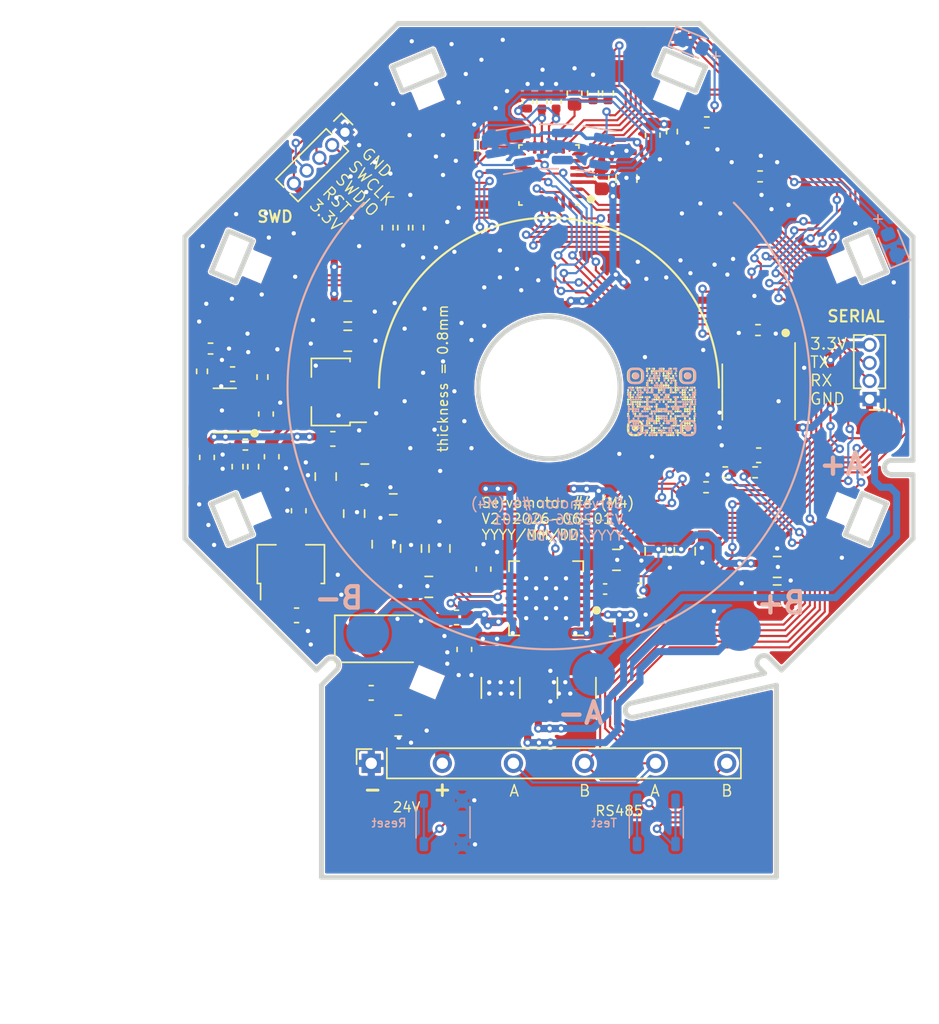
<source format=kicad_pcb>
(kicad_pcb (version 20221018) (generator pcbnew)
  (title_block (title "Servo motor stepper M4") (date "2024-04-01") (rev "V2"))
  (layers (0 "F.Cu" signal) (31 "B.Cu" signal) (34 "B.Paste" user) (35 "F.Paste" user) (36 "B.SilkS" user "B.Silkscreen") (37 "F.SilkS" user "F.Silkscreen") (38 "B.Mask" user) (39 "F.Mask" user) (44 "Edge.Cuts" user))
  (net 0 "")
  (net 1 "/index/schTop/VREF")
  (net 2 "GND")
  (net 3 "Net-(U5-5VOUT)")
  (net 4 "Net-(C10-Pad2)")
  (net 5 "+24V")
  (net 6 "Net-(U5-VCP)")
  (net 7 "Net-(U5-CPI)")
  (net 8 "+3.3V")
  (net 9 "/index/schTop/HALL1")
  (net 10 "/index/schTop/RESET")
  (net 11 "/index/schTop/HALL2")
  (net 12 "+10V")
  (net 13 "/index/schTop/HALL3")
  (net 14 "Net-(U9--)")
  (net 15 "Net-(U9-+)")
  (net 16 "/index/schTop/REF24")
  (net 17 "/index/schTop/TEMPERATURE")
  (net 18 "Net-(D3-A)")
  (net 19 "Net-(D4-A)")
  (net 20 "Net-(U5-CPO)")
  (net 21 "/index/schTop/UART2_RX")
  (net 22 "/index/schTop/SWCLK")
  (net 23 "/index/schTop/SWDIO")
  (net 24 "/index/schTop/RS485_A")
  (net 25 "/index/schTop/RS485_B")
  (net 26 "/index/schTop/UART2_TX")
  (net 27 "/index/schTop/OUTA1")
  (net 28 "/index/schTop/~{MENABLE}")
  (net 29 "/index/schTop/LED_GREEN")
  (net 30 "/index/schTop/LED_RED")
  (net 31 "/index/schTop/RS485_EN")
  (net 32 "Net-(R20-Pad1)")
  (net 33 "/index/schTop/OVER_VOLTAGE")
  (net 34 "/index/schTop/IMCONTROL")
  (net 35 "/index/schTop/PWMOV")
  (net 36 "/index/schTop/OUTA2")
  (net 37 "/index/schTop/OUTB1")
  (net 38 "/index/schTop/STEP")
  (net 39 "/index/schTop/DIR")
  (net 40 "/index/schTop/OUTB2")
  (net 41 "Net-(U5-BRA)")
  (net 42 "Net-(R7-Pad1)")
  (net 43 "Net-(U5-BRB)")
  (net 44 "/index/schTop/SPREAD")
  (net 45 "/index/schTop/RS485_D")
  (net 46 "/index/schTop/RS485_R")
  (net 47 "/index/schTop/MS1")
  (net 48 "/index/schTop/DIAG")
  (net 50 "/index/schTop/UARTDRV")
  (net 51 "/index/schTop/STDBY")
  (footprint "Capacitor_SMD:C_0603_1608Metric" (layer "F.Cu") (at 137.05 114.7 180)
    (fp_text reference "C10" hide)
    (fp_text value "1uF")
  )
  (footprint "Capacitor_SMD:C_0805_2012Metric" (layer "F.Cu") (at 138.6 101.45 180)
    (fp_text reference "C21" hide)
    (fp_text value "4.7uF")
  )
  (footprint "Package_TO_SOT_SMD:SOT-89-3" (layer "F.Cu") (at 134.2 93.55 180)
    (fp_text reference "U11" hide)
    (fp_text value "HT7533-1")
  )
  (footprint "Capacitor_SMD:C_0805_2012Metric" (layer "F.Cu") (at 157.05 104.75 -90)
    (fp_text reference "C14" hide)
    (fp_text value "4.7uF")
  )
  (footprint "Capacitor_SMD:C_0805_2012Metric" (layer "F.Cu") (at 133.85 99.5 90)
    (fp_text reference "C16" hide)
    (fp_text value "4.7uF")
  )
  (footprint "Resistor_SMD:R_0402_1005Metric" (layer "F.Cu") (at 153.7 72.55 90)
    (fp_text reference "R29" hide)
    (fp_text value "4.7k")
  )
  (footprint "Resistor_SMD:R_0402_1005Metric" (layer "F.Cu") (at 139.3 82 90)
    (fp_text reference "R4" hide)
    (fp_text value "10k")
  )
  (footprint "Resistor_SMD:R_1210_3225Metric" (layer "F.Cu") (at 151.5 114.35 90)
    (fp_text reference "R8" hide)
    (fp_text value "100m")
  )
  (footprint "Resistor_SMD:R_0805_2012Metric" (layer "F.Cu") (at 138.95 117 180)
    (fp_text reference "R3" hide)
    (fp_text value "1R")
  )
  (footprint "Resistor_SMD:R_0402_1005Metric" (layer "F.Cu") (at 125.75 90.5 180)
    (fp_text reference "R23" hide)
    (fp_text value "5.6k")
  )
  (footprint "Capacitor_SMD:C_0603_1608Metric" (layer "F.Cu") (at 153.95 110.2 180)
    (fp_text reference "C6" hide)
    (fp_text value "100nF")
  )
  (footprint "Capacitor_SMD:C_0805_2012Metric" (layer "F.Cu") (at 135.4 89.95)
    (fp_text reference "C33" hide)
    (fp_text value "4.7uF")
  )
  (footprint "Package_TO_SOT_SMD:SOT-89-3" (layer "F.Cu") (at 131.4 105.65 90)
    (fp_text reference "U12" hide)
    (fp_text value "L78L10_SOT89")
  )
  (footprint "Capacitor_SMD:C_0603_1608Metric" (layer "F.Cu") (at 143.05 109.4 180)
    (fp_text reference "C1" hide)
    (fp_text value "100nF")
  )
  (footprint "servo_motor:QR_M4_V2-05-04-24_5mm" (layer "F.Cu") (at 157.45 94.25)
    (fp_text reference "G***" hide)
    (fp_text value "LOGO" hide)
  )
  (footprint "Resistor_SMD:R_0402_1005Metric" (layer "F.Cu") (at 160.65 74.6)
    (fp_text reference "R11" hide)
    (fp_text value "470R")
  )
  (footprint "Resistor_SMD:R_1210_3225Metric" (layer "F.Cu") (at 146.15 114.35 90)
    (fp_text reference "R1" hide)
    (fp_text value "100m")
  )
  (footprint "Connector_PinHeader_1.27mm:PinHeader_1x05_P1.27mm_Vertical" (layer "F.Cu") (at 135.203123 75.296878 -45)
    (fp_text reference "J2" hide)
    (fp_text value "01x05 male P=1.27mm")
  )
  (footprint "Capacitor_SMD:C_0603_1608Metric" (layer "F.Cu") (at 129.65 95.1 90)
    (fp_text reference "C30" hide)
    (fp_text value "100pF")
  )
  (footprint "Resistor_SMD:R_0402_1005Metric" (layer "F.Cu") (at 144.45 76.2 180)
    (fp_text reference "R6" hide)
    (fp_text value "5.6k")
  )
  (footprint "Resistor_SMD:R_0402_1005Metric" (layer "F.Cu") (at 138.2 82 -90)
    (fp_text reference "R5" hide)
    (fp_text value "10k")
  )
  (footprint "Capacitor_SMD:C_0603_1608Metric" (layer "F.Cu") (at 131.95 101.9 -90)
    (fp_text reference "C25" hide)
    (fp_text value "100nF")
  )
  (footprint "Capacitor_SMD:C_0603_1608Metric" (layer "F.Cu") (at 164.3 98)
    (fp_text reference "C35" hide)
    (fp_text value "100nF")
  )
  (footprint "Capacitor_SMD:C_0805_2012Metric" (layer "F.Cu") (at 135.4 87.9)
    (fp_text reference "C5" hide)
    (fp_text value "4.7uF")
  )
  (footprint "Capacitor_SMD:C_0603_1608Metric" (layer "F.Cu") (at 125.5 98.15 -90)
    (fp_text reference "C22" hide)
    (fp_text value "1uF")
  )
  (footprint "Package_TO_SOT_SMD:SOT-23-5" (layer "F.Cu") (at 126.75 94.85 180)
    (fp_text reference "U9" hide)
    (fp_text value "LM321")
  )
  (footprint "Capacitor_SMD:C_0402_1005Metric" (layer "F.Cu") (at 153.5 107.4)
    (fp_text reference "C11" hide)
    (fp_text value "22n")
  )
  (footprint "Capacitor_SMD:C_0805_2012Metric" (layer "F.Cu") (at 154.3 105.35)
    (fp_text reference "C2" hide)
    (fp_text value "4.7uF")
  )
  (footprint "Capacitor_SMD:C_0805_2012Metric" (layer "F.Cu") (at 165.6 105.85)
    (fp_text reference "C40" hide)
    (fp_text value "4.7uF")
  )
  (footprint "Connector_PinHeader_1.27mm:PinHeader_1x04_P1.27mm_Vertical" (layer "F.Cu") (at 172.1 94.05 180)
    (fp_text reference "J1" hide)
    (fp_text value "01x04 male P=1.27mm")
  )
  (footprint "Resistor_SMD:R_0402_1005Metric" (layer "F.Cu") (at 161.95 99.2)
    (fp_text reference "R2" hide)
    (fp_text value "10k")
  )
  (footprint "Resistor_SMD:R_0402_1005Metric" (layer "F.Cu") (at 158.2 75.25 -90)
    (fp_text reference "R15" hide)
    (fp_text value "10k")
  )
  (footprint "Capacitor_SMD:C_0603_1608Metric" (layer "F.Cu") (at 127.3 92.3 180)
    (fp_text reference "C28" hide)
    (fp_text value "100nF")
  )
  (footprint "Capacitor_SMD:C_0603_1608Metric" (layer "F.Cu") (at 151.35 72.55 90)
    (fp_text reference "C41" hide)
    (fp_text value "1uF")
  )
  (footprint "Package_SO:SOIC-8_3.9x4.9mm_P1.27mm" (layer "F.Cu") (at 164.3 93.55 -90)
    (fp_text reference "U10" hide)
    (fp_text value "SP3485EN")
  )
  (footprint "servo_motor:PinSocket_1x06_P5mm_Vertical" (layer "F.Cu") (at 149.55 119.65 90)
    (fp_text reference "J4" hide)
    (fp_text value "Conn_01x06_Socket")
  )
  (footprint "Capacitor_SMD:C_0603_1608Metric" (layer "F.Cu") (at 131.8 109.25)
    (fp_text reference "C32" hide)
    (fp_text value "1uF")
  )
  (footprint "Resistor_SMD:R_0402_1005Metric" (layer "F.Cu") (at 128.75 98.8 90)
    (fp_text reference "R27" hide)
    (fp_text value "10k")
  )
  (footprint "Resistor_SMD:R_0402_1005Metric" (layer "F.Cu") (at 164.25 89.2 180)
    (fp_text reference "R13" hide)
    (fp_text value "10k")
  )
  (footprint "Resistor_SMD:R_0402_1005Metric" (layer "F.Cu") (at 128.2 97.25 180)
    (fp_text reference "R24" hide)
    (fp_text value "10k")
  )
  (footprint "Capacitor_SMD:C_0402_1005Metric" (layer "F.Cu") (at 150.05 73.15 90)
    (fp_text reference "C17" hide)
    (fp_text value "1nF")
  )
  (footprint "Capacitor_SMD:C_0805_2012Metric" (layer "F.Cu") (at 155 78.55 90)
    (fp_text reference "C9" hide)
    (fp_text value "4.7uF")
  )
  (footprint "Resistor_SMD:R_0402_1005Metric" (layer "F.Cu") (at 164.4 78.4)
    (fp_text reference "R12" hide)
    (fp_text value "1.5k")
  )
  (footprint "Package_DFN_QFN:QFN-28_4x4mm_P0.5mm" (layer "F.Cu") (at 149.55 78.3 180)
    (fp_text reference "U8" hide)
    (fp_text value "STM32G031G8U6")
  )
  (footprint "Capacitor_SMD:C_0805_2012Metric" (layer "F.Cu") (at 139.85 104.55 90)
    (fp_text reference "C39" hide)
    (fp_text value "4.7uF")
  )
  (footprint "Capacitor_SMD:C_0805_2012Metric" (layer "F.Cu") (at 141.1 107.25 180)
    (fp_text reference "C34" hide)
    (fp_text value "4.7uF")
  )
  (footprint "Resistor_SMD:R_0402_1005Metric" (layer "F.Cu") (at 160.6 100.25 180)
    (fp_text reference "R22" hide)
    (fp_text value "10k")
  )
  (footprint "Resistor_SMD:R_0402_1005Metric" (layer "F.Cu") (at 127.65 98.8 -90)
    (fp_text reference "R26" hide)
    (fp_text value "1K")
  )
  (footprint "Capacitor_SMD:C_0603_1608Metric" (layer "F.Cu") (at 155.95 107.5)
    (fp_text reference "C13" hide)
    (fp_text value "100nF")
  )
  (footprint "Capacitor_SMD:C_0603_1608Metric" (layer "F.Cu") (at 130.05 98.1 -90)
    (fp_text reference "C36" hide)
    (fp_text value "100nF")
  )
  (footprint "Capacitor_SMD:C_0805_2012Metric" (layer "F.Cu") (at 135.85 102.1 90)
    (fp_text reference "C15" hide)
    (fp_text value "4.7uF")
  )
  (footprint "Resistor_SMD:R_0402_1005Metric" (layer "F.Cu") (at 152.65 72.55 90)
    (fp_text reference "TH1" hide)
    (fp_text value "100k 1% NTC")
  )
  (footprint "Diode_SMD:D_SMA" (layer "F.Cu") (at 138 110.9)
    (fp_text reference "D1" hide)
    (fp_text value "SMAJ28A")
  )
  (footprint "Package_DFN_QFN:QFN-28-1EP_5x5mm_P0.5mm_EP3.75x3.75mm_ThermalVias" (layer "F.Cu") (at 149.35 108.05 180)
    (fp_text reference "U5" hide)
    (fp_text value "TMC2209-LA")
  )
  (footprint "Capacitor_SMD:C_0603_1608Metric" (layer "F.Cu") (at 144.95 106 90)
    (fp_text reference "C3" hide)
    (fp_text value "100nF")
  )
  (footprint "Capacitor_SMD:C_0402_1005Metric" (layer "F.Cu") (at 149.05 73.15 90)
    (fp_text reference "C20" hide)
    (fp_text value "1nF")
  )
  (footprint "Capacitor_SMD:C_0603_1608Metric" (layer "F.Cu") (at 153.25 78.5 90)
    (fp_text reference "C37" hide)
    (fp_text value "100nF")
  )
  (footprint "Capacitor_SMD:C_0805_2012Metric" (layer "F.Cu") (at 141.85 104.55 90)
    (fp_text reference "C38" hide)
    (fp_text value "4.7uF")
  )
  (footprint "Resistor_SMD:R_0402_1005Metric" (layer "F.Cu") (at 125.15 92.1 90)
    (fp_text reference "R20" hide)
    (fp_text value "10k")
  )
  (footprint "Capacitor_SMD:C_0805_2012Metric" (layer "F.Cu") (at 136.6 99.35)
    (fp_text reference "C24" hide)
    (fp_text value "4.7uF")
  )
  (footprint "Capacitor_SMD:C_0805_2012Metric" (layer "F.Cu") (at 159.1 104.75 -90)
    (fp_text reference "C42" hide)
    (fp_text value "4.7uF")
  )
  (footprint "Capacitor_SMD:C_0402_1005Metric" (layer "F.Cu") (at 148.05 73.15 90)
    (fp_text reference "C23" hide)
    (fp_text value "1nF")
  )
  (footprint "Resistor_SMD:R_0402_1005Metric" (layer "F.Cu") (at 140.35 82 90)
    (fp_text reference "R7" hide)
    (fp_text value "1K")
  )
  (footprint "Capacitor_SMD:C_0603_1608Metric" (layer "F.Cu") (at 134.35 96.85)
    (fp_text reference "C26" hide)
    (fp_text value "1uF")
  )
  (footprint "Resistor_SMD:R_0402_1005Metric" (layer "F.Cu") (at 164.05 99.2)
    (fp_text reference "R17" hide)
    (fp_text value "10k")
  )
  (footprint "Capacitor_SMD:C_0805_2012Metric" (layer "F.Cu") (at 137.85 104.25 90)
    (fp_text reference "C19" hide)
    (fp_text value "4.7uF")
  )
  (footprint "Capacitor_SMD:C_0805_2012Metric" (layer "F.Cu") (at 165.6 107.85)
    (fp_text reference "C43" hide)
    (fp_text value "4.7uF")
  )
  (footprint "Resistor_SMD:R_0402_1005Metric" (layer "F.Cu") (at 129.4 92.5 -90)
    (fp_text reference "R25" hide)
    (fp_text value "10k")
  )
  (footprint "Capacitor_SMD:C_0603_1608Metric" (layer "F.Cu") (at 143.6 111.65 90)
    (fp_text reference "C4" hide)
    (fp_text value "100nF")
  )
  (footprint "Capacitor_SMD:C_0603_1608Metric" (layer "F.Cu") (at 156.85 75.5 -90)
    (fp_text reference "C18" hide)
    (fp_text value "100nF")
  )
  (footprint "servo_motor:TS3735PA-250gf" (layer "B.Cu") (at 142.1 123.8)
    (fp_text reference "SW2" hide)
    (fp_text value "TS3735PA-250gf")
  )
  (footprint "LED_SMD:LED_0603_1608Metric" (layer "B.Cu") (at 159.6 69.1 -22)
    (fp_text reference "D4" hide)
    (fp_text value "MHT192UGCT")
  )
  (footprint "servo_motor:Pad_3mm_TopOnly" (layer "B.Cu") (at 172.9 96.4 180)
    (fp_text reference "J8" hide)
    (fp_text value "Conn_01x01_Socket" hide)
  )
  (footprint "Package_TO_SOT_SMD:SOT-23" (layer "B.Cu") (at 149.55 76.3 180)
    (fp_text reference "U7" hide)
    (fp_text value "AH49HSC")
  )
  (footprint "Package_TO_SOT_SMD:SOT-23" (layer "B.Cu") (at 152.35 76.5 170.4)
    (fp_text reference "U4" hide)
    (fp_text value "AH49HSC")
  )
  (footprint "servo_motor:TS3735PA-250gf" (layer "B.Cu") (at 157.1 123.8)
    (fp_text reference "SW1" hide)
    (fp_text value "TS3735PA-250gf")
  )
  (footprint "servo_motor:Pad_3mm_TopOnly" (layer "B.Cu") (at 152.7 113.4 180)
    (fp_text reference "J3" hide)
    (fp_text value "Conn_01x01_Socket" hide)
  )
  (footprint "servo_motor:QR_M4_V2-05-04-24_5mm" (layer "B.Cu") (at 157.5 94.25 180)
    (fp_text reference "G***" hide)
    (fp_text value "LOGO" hide)
  )
  (footprint "LED_SMD:LED_0603_1608Metric" (layer "B.Cu") (at 173.7 83.2 112)
    (fp_text reference "D3" hide)
    (fp_text value "KT-0603R")
  )
  (footprint "servo_motor:Pad_3mm_TopOnly" (layer "B.Cu") (at 136.8 110.5 180)
    (fp_text reference "J6" hide)
    (fp_text value "Conn_01x01_Socket" hide)
  )
  (footprint "Package_TO_SOT_SMD:SOT-23" (layer "B.Cu") (at 146.75 76.6 -170.4)
    (fp_text reference "U6" hide)
    (fp_text value "AH49HSC")
  )
  (footprint "servo_motor:Pad_3mm_TopOnly" (layer "B.Cu") (at 162.95 110.25 180)
    (fp_text reference "J7" hide)
    (fp_text value "Conn_01x01_Socket" hide)
  )
  (gr_arc (start 162.550802 80.249198) (mid 167.935914 93.250009) (end 162.550802 106.25082) (stroke (width 0.15)) (layer "B.SilkS"))
  (gr_arc (start 162.550476 106.250476) (mid 136.549529 106.250481) (end 136.549514 80.249533) (stroke (width 0.15)) (layer "B.SilkS"))
  (gr_circle (center 166.2 89.4) (end 166.05 89.4) (stroke (width 0.3)) (fill none) (layer "F.SilkS"))
  (gr_circle (center 152.9 108.9) (end 152.75 108.9) (stroke (width 0.3)) (fill none) (layer "F.SilkS"))
  (gr_arc (start 137.6 93.25001) (mid 149.549989 81.30002) (end 161.49998 93.250009) (stroke (width 0.15)) (layer "F.SilkS"))
  (gr_circle (center 152.5 80) (end 152.35 80) (stroke (width 0.3)) (fill none) (layer "F.SilkS"))
  (gr_circle (center 128.85 96.45) (end 128.7 96.45) (stroke (width 0.3)) (fill none) (layer "F.SilkS"))
  (gr_line locked (start 138.529582 70.694734) (end 139.237547 72.403911) (stroke (width 0.35)) (layer "Edge.Cuts"))
  (gr_line locked (start 125.808397 101.406392) (end 126.994716 104.270418) (stroke (width 0.35)) (layer "Edge.Cuts"))
  (gr_line locked (start 133.903545 112.393216) (end 133.196438 113.100323) (stroke (width 0.35)) (layer "Edge.Cuts"))
  (gr_line locked (start 175.149991 99.353876) (end 175.149991 103.853876) (stroke (width 0.35)) (layer "Edge.Cuts"))
  (gr_line locked (start 165.033103 112.224538) (end 165.903545 113.100323) (stroke (width 0.35)) (layer "Edge.Cuts"))
  (gr_line locked (start 125.808397 85.093627) (end 127.517574 85.801591) (stroke (width 0.35)) (layer "Edge.Cuts"))
  (gr_line locked (start 141.393609 69.508415) (end 138.529582 70.694734) (stroke (width 0.35)) (layer "Edge.Cuts"))
  (gr_line locked (start 128.703893 103.562454) (end 127.517574 100.698427) (stroke (width 0.35)) (layer "Edge.Cuts"))
  (gr_line locked (start 128.703893 82.937565) (end 126.994716 82.2296) (stroke (width 0.35)) (layer "Edge.Cuts"))
  (gr_line locked (start 172.105267 104.270418) (end 173.291585 101.406392) (stroke (width 0.35)) (layer "Edge.Cuts"))
  (gr_line locked (start 127.517574 85.801591) (end 128.703893 82.937565) (stroke (width 0.35)) (layer "Edge.Cuts"))
  (gr_line locked (start 133.196438 113.100323) (end 126.438121 106.342006) (stroke (width 0.35)) (layer "Edge.Cuts"))
  (gr_line locked (start 138.946124 67.650009) (end 160.153858 67.650009) (stroke (width 0.35)) (layer "Edge.Cuts"))
  (gr_line locked (start 155.315141 115.428292) (end 164.712726 113.323718) (stroke (width 0.35)) (layer "Edge.Cuts"))
  (gr_line locked (start 173.291585 85.093627) (end 172.105267 82.2296) (stroke (width 0.35)) (layer "Edge.Cuts"))
  (gr_line locked (start 175.149991 103.853876) (end 165.903545 113.100323) (stroke (width 0.35)) (layer "Edge.Cuts"))
  (gr_line locked (start 160.153858 67.650009) (end 175.149991 82.646142) (stroke (width 0.35)) (layer "Edge.Cuts"))
  (gr_arc locked (start 173.649991 99.353876) (mid 173.296441 99.207432) (end 173.149991 98.853876) (stroke (width 0.35)) (layer "Edge.Cuts"))
  (gr_arc locked (start 134.610651 112.393216) (mid 134.75712 112.746781) (end 134.610651 113.100323) (stroke (width 0.35)) (layer "Edge.Cuts"))
  (gr_line locked (start 175.149991 82.646142) (end 175.149991 98.353876) (stroke (width 0.35)) (layer "Edge.Cuts"))
  (gr_line locked (start 164.324916 112.930561) (end 164.712726 113.323718) (stroke (width 0.35)) (layer "Edge.Cuts"))
  (gr_circle locked (center 149.549991 93.250009) (end 154.549991 93.250009) (stroke (width 0.35)) (fill none) (layer "Edge.Cuts"))
  (gr_arc locked (start 164.324916 112.930561) (mid 164.178473 112.577008) (end 164.324916 112.223454) (stroke (width 0.35)) (layer "Edge.Cuts"))
  (gr_line locked (start 165.549991 127.650009) (end 133.549991 127.650009) (stroke (width 0.35)) (layer "Edge.Cuts"))
  (gr_arc locked (start 155.533677 116.404121) (mid 154.936459 116.025479) (end 155.315141 115.428292) (stroke (width 0.35)) (layer "Edge.Cuts"))
  (gr_line locked (start 170.39609 82.937565) (end 171.582408 85.801591) (stroke (width 0.35)) (layer "Edge.Cuts"))
  (gr_line locked (start 173.649991 98.353876) (end 175.149991 98.353876) (stroke (width 0.35)) (layer "Edge.Cuts"))
  (gr_line locked (start 159.862436 72.403911) (end 160.5704 70.694734) (stroke (width 0.35)) (layer "Edge.Cuts"))
  (gr_line locked (start 157.706374 69.508415) (end 156.998409 71.217592) (stroke (width 0.35)) (layer "Edge.Cuts"))
  (gr_line locked (start 160.5704 70.694734) (end 157.706374 69.508415) (stroke (width 0.35)) (layer "Edge.Cuts"))
  (gr_line locked (start 170.39609 103.562454) (end 172.105267 104.270418) (stroke (width 0.35)) (layer "Edge.Cuts"))
  (gr_line locked (start 126.994716 104.270418) (end 128.703893 103.562454) (stroke (width 0.35)) (layer "Edge.Cuts"))
  (gr_line locked (start 134.610651 113.100323) (end 133.549991 114.160983) (stroke (width 0.35)) (layer "Edge.Cuts"))
  (gr_line locked (start 123.949991 103.853876) (end 123.949991 82.646142) (stroke (width 0.35)) (layer "Edge.Cuts"))
  (gr_line locked (start 126.994716 82.2296) (end 125.808397 85.093627) (stroke (width 0.35)) (layer "Edge.Cuts"))
  (gr_line locked (start 139.237547 72.403911) (end 142.101573 71.217592) (stroke (width 0.35)) (layer "Edge.Cuts"))
  (gr_line locked (start 173.649991 99.353876) (end 175.149991 99.353876) (stroke (width 0.35)) (layer "Edge.Cuts"))
  (gr_line locked (start 133.549991 127.650009) (end 133.549991 114.160983) (stroke (width 0.35)) (layer "Edge.Cuts"))
  (gr_line locked (start 173.291585 101.406392) (end 171.582408 100.698427) (stroke (width 0.35)) (layer "Edge.Cuts"))
  (gr_line locked (start 165.549991 114.160983) (end 155.533677 116.404121) (stroke (width 0.35)) (layer "Edge.Cuts"))
  (gr_line locked (start 171.582408 85.801591) (end 173.291585 85.093627) (stroke (width 0.35)) (layer "Edge.Cuts"))
  (gr_line locked (start 127.517574 100.698427) (end 125.808397 101.406392) (stroke (width 0.35)) (layer "Edge.Cuts"))
  (gr_line locked (start 165.549991 114.160983) (end 165.549991 127.650009) (stroke (width 0.35)) (layer "Edge.Cuts"))
  (gr_line locked (start 172.105267 82.2296) (end 170.39609 82.937565) (stroke (width 0.35)) (layer "Edge.Cuts"))
  (gr_arc locked (start 173.149991 98.853876) (mid 173.29645 98.50035) (end 173.649991 98.353876) (stroke (width 0.35)) (layer "Edge.Cuts"))
  (gr_line locked (start 171.582408 100.698427) (end 170.39609 103.562454) (stroke (width 0.35)) (layer "Edge.Cuts"))
  (gr_line locked (start 156.998409 71.217592) (end 159.862436 72.403911) (stroke (width 0.35)) (layer "Edge.Cuts"))
  (gr_arc locked (start 133.903545 112.393216) (mid 134.257098 112.24677) (end 134.610651 112.393216) (stroke (width 0.35)) (layer "Edge.Cuts"))
  (gr_line locked (start 123.949991 82.646142) (end 138.946124 67.650009) (stroke (width 0.35)) (layer "Edge.Cuts"))
  (gr_line locked (start 142.101573 71.217592) (end 141.393609 69.508415) (stroke (width 0.35)) (layer "Edge.Cuts"))
  (gr_line locked (start 126.438121 106.342006) (end 123.949991 103.853876) (stroke (width 0.35)) (layer "Edge.Cuts"))
  (gr_arc locked (start 164.324916 112.223454) (mid 164.67847 112.077008) (end 165.032023 112.223454) (stroke (width 0.35)) (layer "Edge.Cuts"))
  (gr_text "Reset" (at 139.6 124.2) (layer "B.SilkS") (effects (font (size 0.6 0.6) (thickness 0.1) bold) (justify left bottom mirror)))
  (gr_text "+" (at 173.25 81.8) (layer "B.SilkS") (effects (font (size 0.8 0.8) (thickness 0.1)) (justify left bottom mirror)))
  (gr_text "Servomotor #4 (M4)\n${REVISION}-${CURRENT_DATE}\nYYYY/MM/DD" (at 154.85 104.05) (layer "B.SilkS") (effects (font (size 0.7 0.7) (thickness 0.1)) (justify left bottom mirror)))
  (gr_text "Test" (at 154.4 124.2) (layer "B.SilkS") (effects (font (size 0.6 0.6) (thickness 0.1) bold) (justify left bottom mirror)))
  (gr_text "+" (at 161.85 70.35) (layer "B.SilkS") (effects (font (size 0.8 0.8) (thickness 0.1)) (justify left bottom mirror)))
  (gr_text "A+" (at 168.4 99.5) (layer "B.SilkS") (effects (font (size 1.5 1.5) (thickness 0.3) bold) (justify right bottom mirror)))
  (gr_text "B+" (at 164 109.25) (layer "B.SilkS") (effects (font (size 1.5 1.5) (thickness 0.3) bold) (justify right bottom mirror)))
  (gr_text "B-" (at 132.9 108.9) (layer "B.SilkS") (effects (font (size 1.5 1.5) (thickness 0.3) bold) (justify right bottom mirror)))
  (gr_text "A-" (at 150 117) (layer "B.SilkS") (effects (font (size 1.5 1.5) (thickness 0.3) bold) (justify right bottom mirror)))
  (gr_text "+" (at 141.3 122.05) (layer "F.SilkS") (effects (font (size 1 1) (thickness 0.2)) (justify left bottom)))
  (gr_text "3.3V\nTX\nRX\nGND" (at 167.85 94.5) (layer "F.SilkS") (effects (font (size 0.8 0.8) (thickness 0.1)) (justify left bottom)))
  (gr_text "B" (at 151.6 122.05) (layer "F.SilkS") (effects (font (size 0.8 0.8) (thickness 0.1)) (justify left bottom)))
  (gr_text "Servomotor #4 (M4)\n${REVISION}-${CURRENT_DATE}\nYYYY/MM/DD" (at 144.75 104) (layer "F.SilkS") (effects (font (size 0.7 0.7) (thickness 0.1)) (justify left bottom)))
  (gr_text "RS485" (at 152.75 123.4) (layer "F.SilkS") (effects (font (size 0.7 0.7) (thickness 0.1)) (justify left bottom)))
  (gr_text "SWD" (at 128.95 81.7) (layer "F.SilkS") (effects (font (size 0.8 0.8)) (justify left bottom)))
  (gr_text "-" (at 136.4 122.05) (layer "F.SilkS") (effects (font (size 1 1) (thickness 0.2)) (justify left bottom)))
  (gr_text "B" (at 161.6 122.05) (layer "F.SilkS") (effects (font (size 0.8 0.8) (thickness 0.1)) (justify left bottom)))
  (gr_text "thickness = 0.8mm" (at 142.5 97.85 90) (layer "F.SilkS") (effects (font (size 0.7 0.7) (thickness 0.1)) (justify left bottom)))
  (gr_text "GND\nSWCLK\nSWDIO\nRST\n3.3V" (at 132.55 80.5 315) (layer "F.SilkS") (effects (font (size 0.8 0.8) (thickness 0.1)) (justify left bottom)))
  (gr_text "24V" (at 138.5 123.15) (layer "F.SilkS") (effects (font (size 0.7 0.7) (thickness 0.1)) (justify left bottom)))
  (gr_text "SERIAL" (at 169.05 88.7) (layer "F.SilkS") (effects (font (size 0.8 0.8)) (justify left bottom)))
  (gr_text "A" (at 146.7 122.05) (layer "F.SilkS") (effects (font (size 0.8 0.8) (thickness 0.1)) (justify left bottom)))
  (gr_text "A" (at 156.6 122.05) (layer "F.SilkS") (effects (font (size 0.8 0.8) (thickness 0.1)) (justify left bottom)))
  (segment (start 158.5 98.9) (end 159.2 98.9) (width 0.15) (layer "F.Cu") (net 1))
  (segment (start 154.35 101.95) (end 155.1 101.2) (width 0.15) (layer "F.Cu") (net 1))
  (segment (start 145.95 107.85) (end 145.95 107.9) (width 0.15) (layer "F.Cu") (net 1))
  (segment (start 143.6 105.125) (end 143.6 103.95) (width 0.15) (layer "F.Cu") (net 1))
  (segment (start 144.2 103.35) (end 145.6 101.95) (width 0.15) (layer "F.Cu") (net 1))
  (segment (start 145.9 107.9) (end 144.0875 107.9) (width 0.15) (layer "F.Cu") (net 1))
  (segment (start 156.2 101.2) (end 157.25 101.2) (width 0.15) (layer "F.Cu") (net 1))
  (segment (start 146.8875 107.55) (end 146.25 107.55) (width 0.15) (layer "F.Cu") (net 1))
  (segment (start 155.1 101.2) (end 156.2 101.2) (width 0.15) (layer "F.Cu") (net 1))
  (segment (start 144.0875 107.9) (end 143.6 107.4125) (width 0.15) (layer "F.Cu") (net 1))
  (segment (start 142.65 108.4) (end 142.825 108.4) (width 0.15) (layer "F.Cu") (net 1))
  (segment (start 157.25 101.2) (end 157.5 100.95) (width 0.15) (layer "F.Cu") (net 1))
  (segment (start 145.95 107.9) (end 145.9 107.9) (width 0.15) (layer "F.Cu") (net 1))
  (segment (start 143.6 107.4125) (end 143.6 105.125) (width 0.15) (layer "F.Cu") (net 1))
  (segment (start 142.825 108.4) (end 143.825 109.4) (width 0.15) (layer "F.Cu") (net 1))
  (segment (start 154.25 101.95) (end 154.35 101.95) (width 0.15) (layer "F.Cu") (net 1))
  (segment (start 158.05 99.35) (end 158.5 98.9) (width 0.15) (layer "F.Cu") (net 1))
  (segment (start 146.25 107.55) (end 145.95 107.85) (width 0.15) (layer "F.Cu") (net 1))
  (segment (start 145.9 107.9) (end 145.9 107.9) (width 0.15) (layer "F.Cu") (net 1))
  (segment (start 145.6 101.95) (end 154.25 101.95) (width 0.15) (layer "F.Cu") (net 1))
  (segment (start 160.09 99.79) (end 160.09 100.25) (width 0.15) (layer "F.Cu") (net 1))
  (segment (start 159.2 98.9) (end 160.09 99.79) (width 0.15) (layer "F.Cu") (net 1))
  (segment (start 143.6 103.95) (end 144.2 103.35) (width 0.15) (layer "F.Cu") (net 1))
  (via (at 158.05 99.35) (size 0.6) (drill 0.3) (layers "F.Cu" "B.Cu") (net 1))
  (via (at 142.65 108.4) (size 0.6) (drill 0.3) (layers "F.Cu" "B.Cu") (net 1))
  (via (at 145.95 107.95) (size 0.6) (drill 0.3) (layers "F.Cu" "B.Cu") (net 1))
  (via (at 157.5 100.95) (size 0.6) (drill 0.3) (layers "F.Cu" "B.Cu") (net 1))
  (segment (start 157.5 99.9) (end 158.05 99.35) (width 0.15) (layer "B.Cu") (net 1))
  (segment (start 143.1 107.95) (end 145.95 107.95) (width 0.15) (layer "B.Cu") (net 1))
  (segment (start 157.5 100.95) (end 157.5 99.9) (width 0.15) (layer "B.Cu") (net 1))
  (segment (start 142.65 108.4) (end 143.1 107.95) (width 0.15) (layer "B.Cu") (net 1))
  (segment (start 163 98.05) (end 163.525 98.05) (width 0.5) (layer "F.Cu") (net 2))
  (segment (start 149.85 108.55) (end 149.35 108.05) (width 0.25) (layer "F.Cu") (net 2))
  (segment (start 162.395 96.025) (end 162.395 97.445) (width 0.5) (layer "F.Cu") (net 2))
  (segment (start 151.4875 78.3) (end 152.625 78.3) (width 0.25) (layer "F.Cu") (net 2))
  (segment (start 148.35 107.05) (end 149.35 108.05) (width 0.25) (layer "F.Cu") (net 2))
  (segment (start 162.395 97.445) (end 163 98.05) (width 0.5) (layer "F.Cu") (net 2))
  (segment (start 153.2 77.725) (end 154.875 77.725) (width 0.25) (layer "F.Cu") (net 2))
  (segment (start 152.625 78.3) (end 153.2 77.725) (width 0.25) (layer "F.Cu") (net 2))
  (segment (start 166.55 107.85) (end 166.55 105.85) (width 0.5) (layer "F.Cu") (net 2))
  (segment (start 151.8125 108.55) (end 149.85 108.55) (width 0.25) (layer "F.Cu") (net 2))
  (segment (start 148.35 105.5875) (end 148.35 107.05) (width 0.25) (layer "F.Cu") (net 2))
  (segment (start 146.8875 108.05) (end 147.95 108.05) (width 0.25) (layer "F.Cu") (net 2))
  (segment (start 136.325 95.225) (end 136.15 95.05) (width 0.5) (layer "F.Cu") (net 2))
  (segment (start 154.875 77.725) (end 155 77.6) (width 0.25) (layer "F.Cu") (net 2))
  (via (at 143.4 88.7) (size 0.6) (drill 0.3) (layers "F.Cu" "B.Cu") (net 2))
  (via (at 141.6 77) (size 0.6) (drill 0.3) (layers "F.Cu" "B.Cu") (net 2))
  (via (at 158.9 81) (size 0.6) (drill 0.3) (layers "F.Cu" "B.Cu") (net 2))
  (via (at 143.6 95.6) (size 0.6) (drill 0.3) (layers "F.Cu" "B.Cu") (net 2))
  (via (at 139.3 83.25) (size 0.6) (drill 0.3) (layers "F.Cu" "B.Cu") (net 2))
  (via (at 149.9 113.95) (size 0.6) (drill 0.3) (layers "F.Cu" "B.Cu") (net 2))
  (via (at 161.55 96.05) (size 0.6) (drill 0.3) (layers "F.Cu" "B.Cu") (net 2))
  (via (at 132.8 111.3) (size 0.6) (drill 0.3) (layers "F.Cu" "B.Cu") (net 2))
  (via (at 139.75 75.5) (size 0.6) (drill 0.3) (layers "F.Cu" "B.Cu") (net 2))
  (via (at 140.95 117.35) (size 0.6) (drill 0.3) (layers "F.Cu" "B.Cu") (net 2))
  (via (at 165.2 80.7) (size 0.6) (drill 0.3) (layers "F.Cu" "B.Cu") (net 2))
  (via (at 126.6 98.95) (size 0.6) (drill 0.3) (layers "F.Cu" "B.Cu") (net 2))
  (via (at 158.8 84.3) (size 0.6) (drill 0.3) (layers "F.Cu" "B.Cu") (net 2))
  (via (at 173.8 85.85) (size 0.6) (drill 0.3) (layers "F.Cu" "B.Cu") (net 2))
  (via (at 143.2 80.6) (size 0.6) (drill 0.3) (layers "F.Cu" "B.Cu") (net 2))
  (via (at 137.7 102.4) (size 0.6) (drill 0.3) (layers "F.Cu" "B.Cu") (net 2))
  (via (at 139.85 118.2) (size 0.6) (drill 0.3) (layers "F.Cu" "B.Cu") (net 2))
  (via (at 144.1 89.9) (size 0.6) (drill 0.3) (layers "F.Cu" "B.Cu") (net 2))
  (via (at 155.8 78.5) (size 0.6) (drill 0.3) (layers "F.Cu" "B.Cu") (net 2))
  (via (at 156.8 98.1) (size 0.6) (drill 0.3) (layers "F.Cu" "B.Cu") (net 2))
  (via (at 163.1 107) (size 0.6) (drill 0.3) (layers "F.Cu" "B.Cu") (net 2))
  (via (at 146.95 114.75) (size 0.6) (drill 0.3) (layers "F.Cu" "B.Cu") (net 2))
  (via (at 146.3 68.8) (size 0.6) (drill 0.3) (layers "F.Cu" "B.Cu") (net 2))
  (via (at 165.65 105.85) (size 0.6) (drill 0.3) (layers "F.Cu" "B.Cu") (net 2))
  (via (at 145.9 104.8) (size 0.6) (drill 0.3) (layers "F.Cu" "B.Cu") (net 2))
  (via (at 145.8 73.6) (size 0.6) (drill 0.3) (layers "F.Cu" "B.Cu") (net 2))
  (via (at 131.15 100.4) (size 0.6) (drill 0.3) (layers "F.Cu" "B.Cu") (net 2))
  (via (at 160.2 80.3) (size 0.6) (drill 0.3) (layers "F.Cu" "B.Cu") (net 2))
  (via (at 134.7 106.4) (size 0.6) (drill 0.3) (layers "F.Cu" "B.Cu") (net 2))
  (via (at 164.5 79.7) (size 0.6) (drill 0.3) (layers "F.Cu" "B.Cu") (net 2))
  (via (at 144.1 113.45) (size 0.6) (drill 0.3) (layers "F.Cu" "B.Cu") (net 2))
  (via (at 126 104.3) (size 0.6) (drill 0.3) (layers "F.Cu" "B.Cu") (net 2))
  (via (at 143.2 73.2) (size 0.6) (drill 0.3) (layers "F.Cu" "B.Cu") (net 2))
  (via (at 149.65 115.3) (size 0.6) (drill 0.3) (layers "F.Cu" "B.Cu") (net 2))
  (via (at 129.65 81) (size 0.6) (drill 0.3) (layers "F.Cu" "B.Cu") (net 2))
  (via (at 145.35 113.95) (size 0.6) (drill 0.3) (layers "F.Cu" "B.Cu") (net 2))
  (via (at 135.6 78.4) (size 0.6) (drill 0.3) (layers "F.Cu" "B.Cu") (net 2))
  (via (at 144.3 74.75) (size 0.6) (drill 0.3) (layers "F.Cu" "B.Cu") (net 2))
  (via (at 124.95 88.6) (size 0.6) (drill 0.3) (layers "F.Cu" "B.Cu") (net 2))
  (via (at 148.8 85.7) (size 0.6) (drill 0.3) (layers "F.Cu" "B.Cu") (net 2))
  (via (at 139.1 107.2) (size 0.6) (drill 0.3) (layers "F.Cu" "B.Cu") (net 2))
  (via (at 143 77.3) (size 0.6) (drill 0.3) (layers "F.Cu" "B.Cu") (net 2))
  (via (at 161.4 76.5) (size 0.6) (drill 0.3) (layers "F.Cu" "B.Cu") (net 2))
  (via (at 139.85 104.3) (size 0.6) (drill 0.3) (layers "F.Cu" "B.Cu") (net 2))
  (via (at 157.35 77.2) (size 0.6) (drill 0.3) (layers "F.Cu" "B.Cu") (net 2))
  (via (at 144.1 97.5) (size 0.6) (drill 0.3) (layers "F.Cu" "B.Cu") (net 2))
  (via (at 127.25 87) (size 0.6) (drill 0.3) (layers "F.Cu" "B.Cu") (net 2))
  (via (at 126.55 94.85) (size 0.6) (drill 0.3) (layers "F.Cu" "B.Cu") (net 2))
  (via (at 131.15 101.9) (size 0.6) (drill 0.3) (layers "F.Cu" "B.Cu") (net 2))
  (via (at 139.4 94.2) (size 0.6) (drill 0.3) (layers "F.Cu" "B.Cu") (net 2))
  (via (at 141.5 96.2) (size 0.6) (drill 0.3) (layers "F.Cu" "B.Cu") (net 2))
  (via (at 142.1 91.4) (size 0.6) (drill 0.3) (layers "F.Cu" "B.Cu") (net 2))
  (via (at 125.2 83.3) (size 0.6) (drill 0.3) (layers "F.Cu" "B.Cu") (net 2))
  (via (at 126.6 97.95) (size 0.6) (drill 0.3) (layers "F.Cu" "B.Cu") (net 2))
  (via (at 161.55 95) (size 0.6) (drill 0.3) (layers "F.Cu" "B.Cu") (net 2))
  (via (at 143.2 113.45) (size 0.6) (drill 0.3) (layers "F.Cu" "B.Cu") (net 2))
  (via (at 128.4 90.75) (size 0.6) (drill 0.3) (layers "F.Cu" "B.Cu") (net 2))
  (via (at 144.3 122.25) (size 0.6) (drill 0.3) (layers "F.Cu" "B.Cu") (net 2))
  (via (at 137.3 87.9) (size 0.6) (drill 0.3) (layers "F.Cu" "B.Cu") (net 2))
  (via (at 166.4 80.4) (size 0.6) (drill 0.3) (layers "F.Cu" "B.Cu") (net 2))
  (via (at 165.6 77.4) (size 0.6) (drill 0.3) (layers "F.Cu" "B.Cu") (net 2))
  (via (at 162.4 77.4) (size 0.6) (drill 0.3) (layers "F.Cu" "B.Cu") (net 2))
  (via (at 125.6 102.9) (size 0.6) (drill 0.3) (layers "F.Cu" "B.Cu") (net 2))
  (via (at 139.8 79.7) (size 0.6) (drill 0.3) (layers "F.Cu" "B.Cu") (net 2))
  (via (at 158.05 105.9) (size 0.6) (drill 0.3) (layers "F.Cu" "B.Cu") (net 2))
  (via (at 144.8 70.2) (size 0.6) (drill 0.3) (layers "F.Cu" "B.Cu") (net 2))
  (via (at 142.4 81.6) (size 0.6) (drill 0.3) (layers "F.Cu" "B.Cu") (net 2))
  (via (at 138.4 100.25) (size 0.6) (drill 0.3) (layers "F.Cu" "B.Cu") (net 2))
  (via (at 139 117.85) (size 0.6) (drill 0.3) (layers "F.Cu" "B.Cu") (net 2))
  (via (at 160.3 104.5) (size 0.6) (drill 0.3) (layers "F.Cu" "B.Cu") (net 2))
  (via (at 150.7 113.95) (size 0.6) (drill 0.3) (layers "F.Cu" "B.Cu") (net 2))
  (via (at 154.35 105.35) (size 0.6) (drill 0.3) (layers "F.Cu" "B.Cu") (net 2))
  (via (at 130.45 90.55) (size 0.6) (drill 0.3) (layers "F.Cu" "B.Cu") (net 2))
  (via (at 141.6 83.4) (size 0.6) (drill 0.3) (layers "F.Cu" "B.Cu") (net 2))
  (via (at 137.3 77.4) (size 0.6) (drill 0.3) (layers "F.Cu" "B.Cu") (net 2))
  (via (at 135.7 81.3) (size 0.6) (drill 0.3) (layers "F.Cu" "B.Cu") (net 2))
  (via (at 156.05 105.4) (size 0.6) (drill 0.3) (layers "F.Cu" "B.Cu") (net 2))
  (via (at 132.6 110.35) (size 0.6) (drill 0.3) (layers "F.Cu" "B.Cu") (net 2))
  (via (at 147.6 86.4) (size 0.6) (drill 0.3) (layers "F.Cu" "B.Cu") (net 2))
  (via (at 142.9 93.5) (size 0.6) (drill 0.3) (layers "F.Cu" "B.Cu") (net 2))
  (via (at 128.35 89.45) (size 0.6) (drill 0.3) (layers "F.Cu" "B.Cu") (net 2))
  (via (at 159.3 76.05) (size 0.6) (drill 0.3) (layers "F.Cu" "B.Cu") (net 2))
  (via (at 150.25 114.75) (size 0.6) (drill 0.3) (layers "F.Cu" "B.Cu") (net 2))
  (via (at 167.5 91.85) (size 0.6) (drill 0.3) (layers "F.Cu" "B.Cu") (net 2))
  (via (at 138.7 87.3) (size 0.6) (drill 0.3) (layers "F.Cu" "B.Cu") (net 2))
  (via (at 170.15 105.2) (size 0.6) (drill 0.3) (layers "F.Cu" "B.Cu") (net 2))
  (via (at 126.5 93.15) (size 0.6) (drill 0.3) (layers "F.Cu" "B.Cu") (net 2))
  (via (at 146.95 113.95) (size 0.6) (drill 0.3) (layers "F.Cu" "B.Cu") (net 2))
  (via (at 139.9 68.9) (size 0.6) (drill 0.3) (layers "F.Cu" "B.Cu") (net 2))
  (via (at 138.4 78.2) (size 0.6) (drill 0.3) (layers "F.Cu" "B.Cu") (net 2))
  (via (at 152.65 71.25) (size 0.6) (drill 0.3) (layers "F.Cu" "B.Cu") (net 2))
  (via (at 134.6 79.9) (size 0.6) (drill 0.3) (layers "F.Cu" "B.Cu") (net 2))
  (via (at 140.8 87.7) (size 0.6) (drill 0.3) (layers "F.Cu" "B.Cu") (net 2))
  (via (at 127.55 81.05) (size 0.6) (drill 0.3) (layers "F.Cu" "B.Cu") (net 2))
  (via (at 143.7 71.2) (size 0.6) (drill 0.3) (layers "F.Cu" "B.Cu") (net 2))
  (via (at 142.7 69.1) (size 0.6) (drill 0.3) (layers "F.Cu" "B.Cu") (net 2))
  (via (at 142.4 112.65) (size 0.6) (drill 0.3) (layers "F.Cu" "B.Cu") (net 2))
  (via (at 151.05 114.75) (size 0.6) (drill 0.3) (layers "F.Cu" "B.Cu") (net 2))
  (via (at 136.2 76.2) (size 0.6) (drill 0.3) (layers "F.Cu" "B.Cu") (net 2))
  (via (at 146.15 113.95) (size 0.6) (drill 0.3) (layers "F.Cu" "B.Cu") (net 2))
  (via (at 138.6 73.3) (size 0.6) (drill 0.3) (layers "F.Cu" "B.Cu") (net 2))
  (via (at 160.35 105.55) (size 0.6) (drill 0.3) (layers "F.Cu" "B.Cu") (net 2))
  (via (at 131.6 82.4) (size 0.6) (drill 0.3) (layers "F.Cu" "B.Cu") (net 2))
  (via (at 131.05 98.9) (size 0.6) (drill 0.3) (layers "F.Cu" "B.Cu") (net 2))
  (via (at 145.35 114.75) (size 0.6) (drill 0.3) (layers "F.Cu" "B.Cu") (net 2))
  (via (at 155.8 84.4) (size 0.6) (drill 0.3) (layers "F.Cu" "B.Cu") (net 2))
  (via (at 164 86.8) (size 0.6) (drill 0.3) (layers "F.Cu" "B.Cu") (net 2))
  (via (at 155.8 109.95) (size 0.6) (drill 0.3) (layers "F.Cu" "B.Cu") (net 2))
  (via (at 154.5 97.9) (size 0.6) (drill 0.3) (layers "F.Cu" "B.Cu") (net 2))
  (via (at 142.9 83.7) (size 0.6) (drill 0.3) (layers "F.Cu" "B.Cu") (net 2))
  (via (at 157.8 85.5) (size 0.6) (drill 0.3) (layers "F.Cu" "B.Cu") (net 2))
  (via (at 160.7 99.35) (size 0.6) (drill 0.3) (layers "F.Cu" "B.Cu") (net 2))
  (via (at 129.35 86.7) (size 0.6) (drill 0.3) (layers "F.Cu" "B.Cu") (net 2))
  (via (at 140.7 84.1) (size 0.6) (drill 0.3) (layers "F.Cu" "B.Cu") (net 2))
  (via (at 149.1 70.9) (size 0.6) (drill 0.3) (layers "F.Cu" "B.Cu") (net 2))
  (via (at 166.55 106.8) (size 0.6) (drill 0.3) (layers "F.Cu" "B.Cu") (net 2))
  (via (at 136.2 83.3) (size 0.6) (drill 0.3) (layers "F.Cu" "B.Cu") (net 2))
  (via (at 136.7 79.5) (size 0.6) (drill 0.3) (layers "F.Cu" "B.Cu") (net 2))
  (via (at 159.5 85.2) (size 0.6) (drill 0.3) (layers "F.Cu" "B.Cu") (net 2))
  (via (at 162.1 85.3) (size 0.6) (drill 0.3) (layers "F.Cu" "B.Cu") (net 2))
  (via (at 136.05 102) (size 0.6) (drill 0.3) (layers "F.Cu" "B.Cu") (net 2))
  (via (at 146.15 114.75) (size 0.6) (drill 0.3) (layers "F.Cu" "B.Cu") (net 2))
  (via (at 149.65 113.15) (size 0.6) (drill 0.3) (layers "F.Cu" "B.Cu") (net 2))
  (via (at 142.4 111.85) (size 0.6) (drill 0.3) (layers "F.Cu" "B.Cu") (net 2))
  (via (at 171.1 81.7) (size 0.6) (drill 0.3) (layers "F.Cu" "B.Cu") (net 2))
  (via (at 164.45 76.95) (size 0.6) (drill 0.3) (layers "F.Cu" "B.Cu") (net 2))
  (via (at 151.35 70.8) (size 0.6) (drill 0.3) (layers "F.Cu" "B.Cu") (net 2))
  (via (at 139.4 89.1) (size 0.6) (drill 0.3) (layers "F.Cu" "B.Cu") (net 2))
  (via (at 137.4 71.9) (size 0.6) (drill 0.3) (layers "F.Cu" "B.Cu") (net 2))
  (via (at 132.45 98.5) (size 0.6) (drill 0.3) (layers "F.Cu" "B.Cu") (net 2))
  (via (at 141.85 104.3) (size 0.6) (drill 0.3) (layers "F.Cu" "B.Cu") (net 2))
  (via (at 144.35 125.35) (size 0.6) (drill 0.3) (layers "F.Cu" "B.Cu") (net 2))
  (via (at 125.45 87.35) (size 0.6) (drill 0.3) (layers "F.Cu" "B.Cu") (net 2))
  (via (at 141.9 99.1) (size 0.6) (drill 0.3) (layers "F.Cu" "B.Cu") (net 2))
  (via (at 161.15 108.95) (size 0.6) (drill 0.3) (layers "F.Cu" "B.Cu") (net 2))
  (via (at 144.95 104.25) (size 0.6) (drill 0.3) (layers "F.Cu" "B.Cu") (net 2))
  (via (at 140.55 109.65) (size 0.6) (drill 0.3) (layers "F.Cu" "B.Cu") (net 2))
  (via (at 165.5 89.45) (size 0.6) (drill 0.3) (layers "F.Cu" "B.Cu") (net 2))
  (via (at 137.35 89.95) (size 0.6) (drill 0.3) (layers "F.Cu" "B.Cu") (net 2))
  (via (at 126.55 91.3) (size 0.6) (drill 0.3) (layers "F.Cu" "B.Cu") (net 2))
  (via (at 154.65 104.45) (size 0.6) (drill 0.3) (layers "F.Cu" "B.Cu") (net 2))
  (via (at 161.2 84.6) (size 0.6) (drill 0.3) (layers "F.Cu" "B.Cu") (net 2))
  (via (at 134.75 95.2) (size 0.6) (drill 0.3) (layers "F.Cu" "B.Cu") (net 2))
  (via (at 127.05 90.5) (size 0.6) (drill 0.3) (layers "F.Cu" "B.Cu") (net 2))
  (via (at 132.8 90.15) (size 0.6) (drill 0.3) (layers "F.Cu" "B.Cu") (net 2))
  (via (at 129.85 82.7) (size 0.6) (drill 0.3) (layers "F.Cu" "B.Cu") (net 2))
  (via (at 134.95 107.8) (size 0.6) (drill 0.3) (layers "F.Cu" "B.Cu") (net 2))
  (via (at 139.8 97.5) (size 0.6) (drill 0.3) (layers "F.Cu" "B.Cu") (net 2))
  (via (at 130.65 94.3) (size 0.6) (drill 0.3) (layers "F.Cu" "B.Cu") (net 2))
  (via (at 165.7 94.2) (size 0.6) (drill 0.3) (layers "F.Cu" "B.Cu") (net 2))
  (via (at 148.05 71.9) (size 0.6) (drill 0.3) (layers "F.Cu" "B.Cu") (net 2))
  (via (at 146.6 72.4) (size 0.6) (drill 0.3) (layers "F.Cu" "B.Cu") (net 2))
  (via (at 156.3 91.1) (size 0.6) (drill 0.3) (layers "F.Cu" "B.Cu") (net 2))
  (via (at 132.6 99.4) (size 0.6) (drill 0.3) (layers "F.Cu" "B.Cu") (net 2))
  (via (at 138.65 104.1) (size 0.6) (drill 0.3) (layers "F.Cu" "B.Cu") (net 2))
  (via (at 145 86.2) (size 0.6) (drill 0.3) (layers "F.Cu" "B.Cu") (net 2))
  (via (at 142.1 75.5) (size 0.6) (drill 0.3) (layers "F.Cu" "B.Cu") (net 2))
  (via (at 136.7 100.1) (size 0.6) (drill 0.3) (layers "F.Cu" "B.Cu") (net 2))
  (via (at 124.95 101.45) (size 0.6) (drill 0.3) (layers "F.Cu" "B.Cu") (net 2))
  (via (at 161.7 97.3) (size 0.6) (drill 0.3) (layers "F.Cu" "B.Cu") (net 2))
  (via (at 154 76.75) (size 0.6) (drill 0.3) (layers "F.Cu" "B.Cu") (net 2))
  (via (at 145 88.9) (size 0.6) (drill 0.3) (layers "F.Cu" "B.Cu") (net 2))
  (via (at 160.4 90.6) (size 0.6) (drill 0.3) (layers "F.Cu" "B.Cu") (net 2))
  (via (at 155 78.5) (size 0.6) (drill 0.3) (layers "F.Cu" "B.Cu") (net 2))
  (via (at 133.15 91.7) (size 0.6) (drill 0.3) (layers "F.Cu" "B.Cu") (net 2))
  (via (at 162.9 89.4) (size 0.6) (drill 0.3) (layers "F.Cu" "B.Cu") (net 2))
  (via (at 165.6 104.55) (size 0.6) (drill 0.3) (layers "F.Cu" "B.Cu") (net 2))
  (via (at 162.5 84.2) (size 0.6) (drill 0.3) (layers "F.Cu" "B.Cu") (net 2))
  (via (at 142.2 110.7) (size 0.6) (drill 0.3) (layers "F.Cu" "B.Cu") (net 2))
  (via (at 146.1 83.6) (size 0.6) (drill 0.3) (layers "F.Cu" "B.Cu") (net 2))
  (via (at 149.05 71.9) (size 0.6) (drill 0.3) (layers "F.Cu" "B.Cu") (net 2))
  (via (at 140.7 92.2) (size 0.6) (drill 0.3) (layers "F.Cu" "B.Cu") (net 2))
  (via (at 156.4 85.6) (size 0.6) (drill 0.3) (layers "F.Cu" "B.Cu") (net 2))
  (via (at 137.4 95.05) (size 0.6) (drill 0.3) (layers "F.Cu" "B.Cu") (net 2))
  (via (at 161.6 81) (size 0.6) (drill 0.3) (layers "F.Cu" "B.Cu") (net 2))
  (via (at 136.2 96.25) (size 0.6) (drill 0.3) (layers "F.Cu" "B.Cu") (net 2))
  (via (at 155 76.6) (size 0.6) (drill 0.3) (layers "F.Cu" "B.Cu") (net 2))
  (via (at 146.1 85.5) (size 0.6) (drill 0.3) (layers "F.Cu" "B.Cu") (net 2))
  (via (at 132.95 88.5) (size 0.6) (drill 0.3) (layers "F.Cu" "B.Cu") (net 2))
  (via (at 150.05 71.9) (size 0.6) (drill 0.3) (layers "F.Cu" "B.Cu") (net 2))
  (via (at 142.1 78.3) (size 0.6) (drill 0.3) (layers "F.Cu" "B.Cu") (net 2))
  (via (at 141.85 102.65) (size 0.6) (drill 0.3) (layers "F.Cu" "B.Cu") (net 2))
  (via (at 147.3 84.9) (size 0.6) (drill 0.3) (layers "F.Cu" "B.Cu") (net 2))
  (via (at 138.9 109.5) (size 0.6) (drill 0.3) (layers "F.Cu" "B.Cu") (net 2))
  (via (at 156.35 109.2) (size 0.6) (drill 0.3) (layers "F.Cu" "B.Cu") (net 2))
  (via (at 131.7 85.45) (size 0.6) (drill 0.3) (layers "F.Cu" "B.Cu") (net 2))
  (via (at 141 107.2) (size 0.6) (drill 0.3) (layers "F.Cu" "B.Cu") (net 2))
  (segment (start 136.275 115.225) (end 136.275 114.7) (width 1) (layer "F.Cu") (net 4))
  (segment (start 138.0375 117) (end 138.0375 116.9875) (width 1) (layer "F.Cu") (net 4))
  (segment (start 138.0375 116.9875) (end 136.275 115.225) (width 1) (layer "F.Cu") (net 4))
  (segment (start 133.5 108.4) (end 133.5 108.2) (width 0.5) (layer "F.Cu") (net 5))
  (segment (start 142.05 107.25) (end 142.05 105.7) (width 1) (layer "F.Cu") (net 5))
  (segment (start 157.25 104.6) (end 157.25 104) (width 0.5) (layer "F.Cu") (net 5))
  (segment (start 134.95 99.55) (end 134.05 100.45) (width 1) (layer "F.Cu") (net 5))
  (segment (start 131.4 99.65) (end 129.6 99.65) (width 0.15) (layer "F.Cu") (net 5))
  (segment (start 144.4 100.35) (end 143.25 101.5) (width 1) (layer "F.Cu") (net 5))
  (segment (start 142.05 105.7) (end 141.85 105.5) (width 1) (layer "F.Cu") (net 5))
  (segment (start 134.05 100.45) (end 133.85 100.45) (width 1) (layer "F.Cu") (net 5))
  (segment (start 135.65 99.35) (end 135.65 98.4) (width 1) (layer "F.Cu") (net 5))
  (segment (start 139.55 98.9) (end 139.55 101.45) (width 1) (layer "F.Cu") (net 5))
  (segment (start 142.05 116.8) (end 142.05 119.65) (width 1) (layer "F.Cu") (net 5))
  (segment (start 158.1 103.8) (end 157.05 103.8) (width 1) (layer "F.Cu") (net 5))
  (segment (start 135.65 99.35) (end 135.45 99.55) (width 1) (layer "F.Cu") (net 5))
  (segment (start 133.85 100.45) (end 134 100.6) (width 1) (layer "F.Cu") (net 5))
  (segment (start 158.85 104.05) (end 159.1 103.8) (width 0.5) (layer "F.Cu") (net 5))
  (segment (start 159.1 103.8) (end 158.1 103.8) (width 1) (layer "F.Cu") (net 5))
  (segment (start 164.4 105.6) (end 164.65 105.85) (width 0.5) (layer "F.Cu") (net 5))
  (segment (start 137.825 112.725) (end 137.825 114.7) (width 1) (layer "F.Cu") (net 5))
  (segment (start 129.26 99.31) (end 128.75 99.31) (width 0.15) (layer "F.Cu") (net 5))
  (segment (start 158.05 104.6) (end 158.05 103.85) (width 0.5) (layer "F.Cu") (net 5))
  (segment (start 135.65 98.4) (end 136.4 97.65) (width 1) (layer "F.Cu") (net 5))
  (segment (start 139.6 101.5) (end 139.55 101.45) (width 1) (layer "F.Cu") (net 5))
  (segment (start 136 110.9) (end 133.5 108.4) (width 0.5) (layer "F.Cu") (net 5))
  (segment (start 138.15 105.5) (end 137.85 105.2) (width 1) (layer "F.Cu") (net 5))
  (segment (start 131.95 101.125) (end 131.95 100.2) (width 0.15) (layer "F.Cu") (net 5))
  (segment (start 137.35 105.2) (end 137.85 105.2) (width 1) (layer "F.Cu") (net 5))
  (segment (start 140.65 115.4) (end 142.05 116.8) (width 1) (layer "F.Cu") (net 5))
  (segment (start 158.85 104.6) (end 158.85 104.05) (width 0.5) (layer "F.Cu") (net 5))
  (segment (start 132.475 101.125) (end 132.9 101.55) (width 0.5) (layer "F.Cu") (net 5))
  (segment (start 132.9 101.55) (end 132.9 107.6) (width 0.5) (layer "F.Cu") (net 5))
  (segment (start 134 100.6) (end 134 101.6) (width 1) (layer "F.Cu") (net 5))
  (segment (start 135.85 103.05) (end 135.85 103.7) (width 1) (layer "F.Cu") (net 5))
  (segment (start 136 110.9) (end 136 109.6) (width 1) (layer "F.Cu") (net 5))
  (segment (start 143.25 101.5) (end 139.6 101.5) (width 1) (layer "F.Cu") (net 5))
  (segment (start 135.45 103.05) (end 135.85 103.05) (width 1) (layer "F.Cu") (net 5))
  (segment (start 135.85 103.7) (end 137.35 105.2) (width 1) (layer "F.Cu") (net 5))
  (segment (start 133.5 108.2) (end 132.9 107.6) (width 0.5) (layer "F.Cu") (net 5))
  (segment (start 131.95 100.2) (end 131.4 99.65) (width 0.15) (layer "F.Cu") (net 5))
  (segment (start 138.3 97.65) (end 139.55 98.9) (width 1) (layer "F.Cu") (net 5))
  (segment (start 158.05 103.85) (end 158.1 103.8) (width 0.5) (layer "F.Cu") (net 5))
  (segment (start 157.25 104) (end 157.05 103.8) (width 0.5) (layer "F.Cu") (net 5))
  (segment (start 137.85 107.75) (end 137.85 105.2) (width 1) (layer "F.Cu") (net 5))
  (segment (start 138.525 115.4) (end 140.65 115.4) (width 1) (layer "F.Cu") (net 5))
  (segment (start 141.85 105.5) (end 139.85 105.5) (width 1) (layer "F.Cu") (net 5))
  (segment (start 136.4 97.65) (end 138.3 97.65) (width 1) (layer "F.Cu") (net 5))
  (segment (start 156.2 107.5) (end 156.725 107.5) (width 0.5) (layer "F.Cu") (net 5))
  (segment (start 136 109.6) (end 137.85 107.75) (width 1) (layer "F.Cu") (net 5))
  (segment (start 146.8 100.35) (end 144.4 100.35) (width 1) (layer "F.Cu") (net 5))
  (segment (start 131.95 101.125) (end 132.475 101.125) (width 0.5) (layer "F.Cu") (net 5))
  (segment (start 136 110.9) (end 137.825 112.725) (width 1) (layer "F.Cu") (net 5))
  (segment (start 152.9 100.35) (end 145.1 100.35) (width 0.5) (layer "F.Cu") (net 5))
  (segment (start 153.05 100.5) (end 152.9 100.35) (width 0.5) (layer "F.Cu") (net 5))
  (segment (start 135.45 99.55) (end 134.95 99.55) (width 1) (layer "F.Cu") (net 5))
  (segment (start 137.825 114.7) (end 138.525 115.4) (width 1) (layer "F.Cu") (net 5))
  (segment (start 164.65 107.85) (end 164.65 105.85) (width 0.5) (layer "F.Cu") (net 5))
  (segment (start 139.85 105.5) (end 138.15 105.5) (width 1) (layer "F.Cu") (net 5))
  (segment (start 162.95 105.6) (end 164.4 105.6) (width 0.5) (layer "F.Cu") (net 5))
  (segment (start 134 101.6) (end 135.45 103.05) (width 1) (layer "F.Cu") (net 5))
  (segment (start 129.6 99.65) (end 129.26 99.31) (width 0.15) (layer "F.Cu") (net 5))
  (via (at 158.85 104.6) (size 0.6) (drill 0.3) (layers "F.Cu" "B.Cu") (net 5))
  (via (at 146.8 100.35) (size 0.6) (drill 0.3) (layers "F.Cu" "B.Cu") (net 5))
  (via (at 151.4 110.5) (size 0.6) (drill 0.3) (layers "F.Cu" "B.Cu") (net 5))
  (via (at 152.2 110.5) (size 0.6) (drill 0.3) (layers "F.Cu" "B.Cu") (net 5))
  (via (at 157.25 104.6) (size 0.6) (drill 0.3) (layers "F.Cu" "B.Cu") (net 5))
  (via (at 156.2 107.5) (size 0.6) (drill 0.3) (layers "F.Cu" "B.Cu") (net 5))
  (via (at 162.95 105.6) (size 0.6) (drill 0.3) (layers "F.Cu" "B.Cu") (net 5))
  (via (at 145.9 110.9) (size 0.6) (drill 0.3) (layers "F.Cu" "B.Cu") (net 5))
  (via (at 152.2 100.35) (size 0.6) (drill 0.3) (layers "F.Cu" "B.Cu") (net 5))
  (via (at 144.9 110.9) (size 0.6) (drill 0.3) (layers "F.Cu" "B.Cu") (net 5))
  (via (at 145.1 100.35) (size 0.6) (drill 0.3) (layers "F.Cu" "B.Cu") (net 5))
  (via (at 147 110.5) (size 0.6) (drill 0.3) (layers "F.Cu" "B.Cu") (net 5))
  (via (at 151.3 100.35) (size 0.6) (drill 0.3) (layers "F.Cu" "B.Cu") (net 5))
  (via (at 158.05 104.6) (size 0.6) (drill 0.3) (layers "F.Cu" "B.Cu") (net 5))
  (via (at 163.75 105.6) (size 0.6) (drill 0.3) (layers "F.Cu" "B.Cu") (net 5))
  (via (at 145.95 100.35) (size 0.6) (drill 0.3) (layers "F.Cu" "B.Cu") (net 5))
  (via (at 153.05 100.5) (size 0.6) (drill 0.3) (layers "F.Cu" "B.Cu") (net 5))
  (segment (start 160.9 103.6) (end 161.45 104.15) (width 0.5) (layer "B.Cu") (net 5))
  (segment (start 158.05 104.6) (end 157.75 104.6) (width 0.5) (layer "B.Cu") (net 5))
  (segment (start 156.2 107.5) (end 156.2 106.45) (width 0.15) (layer "B.Cu") (net 5))
  (segment (start 157.25 105.4) (end 157.25 104.6) (width 0.15) (layer "B.Cu") (net 5))
  (segment (start 152.2 101.85) (end 152.2 110.5) (width 0.5) (layer "B.Cu") (net 5))
  (segment (start 147 110.5) (end 147 109.7) (width 0.5) (layer "B.Cu") (net 5))
  (segment (start 151.4 110.5) (end 152.2 110.5) (width 0.5) (layer "B.Cu") (net 5))
  (segment (start 153.05 101) (end 152.2 101.85) (width 0.5) (layer "B.Cu") (net 5))
  (segment (start 147 109.7) (end 146.8 109.5) (width 0.5) (layer "B.Cu") (net 5))
  (segment (start 152.9 100.35) (end 151.4 100.35) (width 0.5) (layer "B.Cu") (net 5))
  (segment (start 161.45 105.15) (end 161.9 105.6) (width 0.5) (layer "B.Cu") (net 5))
  (segment (start 156.1 104.6) (end 154.2 102.7) (width 0.5) (layer "B.Cu") (net 5))
  (segment (start 154.2 100.9) (end 153.8 100.5) (width 0.5) (layer "B.Cu") (net 5))
  (segment (start 156.2 106.45) (end 157.25 105.4) (width 0.15) (layer "B.Cu") (net 5))
  (segment (start 161.45 104.15) (end 161.45 105.15) (width 0.5) (layer "B.Cu") (net 5))
  (segment (start 153.05 100.5) (end 153.05 101) (width 0.5) (layer "B.Cu") (net 5))
  (segment (start 160.45 103.6) (end 160.9 103.6) (width 0.5) (layer "B.Cu") (net 5))
  (segment (start 146.8 100.35) (end 145.1 100.35) (width 0.5) (layer "B.Cu") (net 5))
  (segment (start 144.9 110.9) (end 145.9 110.9) (width 0.5) (layer "B.Cu") (net 5))
  (segment (start 146.6 110.9) (end 147 110.5) (width 0.5) (layer "B.Cu") (net 5))
  (segment (start 157.75 104.6) (end 156.1 104.6) (width 0.5) (layer "B.Cu") (net 5))
  (segment (start 146.8 109.5) (end 146.8 100.35) (width 0.5) (layer "B.Cu") (net 5))
  (segment (start 154.2 102.7) (end 154.2 100.9) (width 0.5) (layer "B.Cu") (net 5))
  (segment (start 158.85 104.6) (end 159.85 103.6) (width 0.5) (layer "B.Cu") (net 5))
  (segment (start 145.9 110.9) (end 146.6 110.9) (width 0.5) (layer "B.Cu") (net 5))
  (segment (start 153.05 100.5) (end 152.9 100.35) (width 0.5) (layer "B.Cu") (net 5))
  (segment (start 163.75 105.6) (end 162.95 105.6) (width 0.5) (layer "B.Cu") (net 5))
  (segment (start 158.85 104.6) (end 157.75 104.6) (width 0.5) (layer "B.Cu") (net 5))
  (segment (start 161.9 105.6) (end 162.95 105.6) (width 0.5) (layer "B.Cu") (net 5))
  (segment (start 153.8 100.5) (end 153.05 100.5) (width 0.5) (layer "B.Cu") (net 5))
  (segment (start 159.85 103.6) (end 160.45 103.6) (width 0.5) (layer "B.Cu") (net 5))
  (segment (start 151.8125 107.05) (end 152.4 107.05) (width 0.2) (layer "F.Cu") (net 6))
  (segment (start 152.4 107.05) (end 152.7 106.75) (width 0.2) (layer "F.Cu") (net 6))
  (segment (start 154.3 106.75) (end 155.125 107.575) (width 0.2) (layer "F.Cu") (net 6))
  (segment (start 152.7 106.75) (end 154.3 106.75) (width 0.2) (layer "F.Cu") (net 6))
  (segment (start 151.8125 107.55) (end 152.87 107.55) (width 0.2) (layer "F.Cu") (net 7))
  (segment (start 152.87 107.55) (end 153.02 107.4) (width 0.2) (layer "F.Cu") (net 7))
  (segment (start 134.45 83.95) (end 134.45 84.75) (width 0.5) (layer "F.Cu") (net 8))
  (segment (start 169.35 91.3) (end 169.35 91.05) (width 0.5) (layer "F.Cu") (net 8))
  (segment (start 151.4875 78.8) (end 152.775 78.8) (width 0.25) (layer "F.Cu") (net 8))
  (segment (start 156.05 76.9) (end 156.05 76.3) (width 0.25) (layer "F.Cu") (net 8))
  (segment (start 149.05 103.1) (end 149 103.1) (width 0.15) (layer "F.Cu") (net 8))
  (segment (start 161.4 123.1) (end 157.25 123.1) (width 0.15) (layer "F.Cu") (net 8))
  (segment (start 154.64 72.04) (end 153.7 72.04) (width 0.15) (layer "F.Cu") (net 8))
  (segment (start 154.55 102.8) (end 149.35 102.8) (width 0.15) (layer "F.Cu") (net 8))
  (segment (start 134.45 86.65) (end 134.45 87.9) (width 0.5) (layer "F.Cu") (net 8))
  (segment (start 164.61 98.515) (end 165.075 98.05) (width 0.15) (layer "F.Cu") (net 8))
  (segment (start 158.2 78.2) (end 158.2 75.76) (width 0.15) (layer "F.Cu") (net 8))
  (segment (start 166.205 97.695) (end 166.205 96.025) (width 0.5) (layer "F.Cu") (net 8))
  (segment (start 154.9 118.1) (end 163.05 118.1) (width 0.15) (layer "F.Cu") (net 8))
  (segment (start 155 79.5) (end 155.4 79.9) (width 0.15) (layer "F.Cu") (net 8))
  (segment (start 131.611021 78.88898) (end 131.611021 79.011021) (width 0.5) (layer "F.Cu") (net 8))
  (segment (start 154.95 72.35) (end 154.64 72.04) (width 0.15) (layer "F.Cu") (net 8))
  (segment (start 167.9 102.45) (end 168.25 102.8) (width 0.15) (layer "F.Cu") (net 8))
  (segment (start 134.4 81.8) (end 134.4 83.9) (width 0.5) (layer "F.Cu") (net 8))
  (segment (start 134.45 91.15) (end 134.45 89.95) (width 0.5) (layer "F.Cu") (net 8))
  (segment (start 136.15 92.05) (end 135.35 92.05) (width 0.5) (layer "F.Cu") (net 8))
  (segment (start 155.4 101.95) (end 154.55 102.8) (width 0.15) (layer "F.Cu") (net 8))
  (segment (start 150.85 87.4) (end 151.1 87.15) (width 0.5) (layer "F.Cu") (net 8))
  (segment (start 143.15 87.4) (end 150.85 87.4) (width 0.5) (layer "F.Cu") (net 8))
  (segment (start 168.25 102.8) (end 168.25 108.7) (width 0.15) (layer "F.Cu") (net 8))
  (segment (start 153.25 79.275) (end 154.775 79.275) (width 0.5) (layer "F.Cu") (net 8))
  (segment (start 152.775 78.8) (end 153.25 79.275) (width 0.25) (layer "F.Cu") (net 8))
  (segment (start 155.4 79.9) (end 156.5 79.9) (width 0.15) (layer "F.Cu") (net 8))
  (segment (start 166.25 110.7) (end 157.85 110.7) (width 0.15) (layer "F.Cu") (net 8))
  (segment (start 136.4 73.75) (end 138.85 76.2) (width 0.15) (layer "F.Cu") (net 8))
  (segment (start 155 79.5) (end 156.05 79.5) (width 0.25) (layer "F.Cu") (net 8))
  (segment (start 131.611021 79.011021) (end 134.4 81.8) (width 0.5) (layer "F.Cu") (net 8))
  (segment (start 156.05 76.3) (end 155.75 76) (width 0.25) (layer "F.Cu") (net 8))
  (segment (start 164.61 99.2) (end 164.61 98.515) (width 0.15) (layer "F.Cu") (net 8))
  (segment (start 163.6 118.65) (end 163.6 120.9) (width 0.15) (layer "F.Cu") (net 8))
  (segment (start 146.8875 105.2125) (end 146.8875 106.55) (width 0.15) (layer "F.Cu") (net 8))
  (segment (start 131.611021 78.88898) (end 131.611021 77.088979) (width 0.15) (layer "F.Cu") (net 8))
  (segment (start 153.6 73.85) (end 153.85 74.1) (width 0.15) (layer "F.Cu") (net 8))
  (segment (start 134.4 83.9) (end 134.45 83.95) (width 0.5) (layer "F.Cu") (net 8))
  (segment (start 154.05 79) (end 154.05 79.8) (width 0.5) (layer "F.Cu") (net 8))
  (segment (start 167.4 96.05) (end 166.23 96.05) (width 0.5) (layer "F.Cu") (net 8))
  (segment (start 165.85 98.05) (end 166.205 97.695) (width 0.5) (layer "F.Cu") (net 8))
  (segment (start 169.35 95.95) (end 169.35 94.75) (width 0.15) (layer "F.Cu") (net 8))
  (segment (start 154.85 85.9) (end 154.25 85.3) (width 0.5) (layer "F.Cu") (net 8))
  (segment (start 156.6 78.95) (end 156.6 77.45) (width 0.25) (layer "F.Cu") (net 8))
  (segment (start 149.85 104.7) (end 150 104.55) (width 0.15) (layer "F.Cu") (net 8))
  (segment (start 154.775 79.275) (end 155 79.5) (width 0.25) (layer "F.Cu") (net 8))
  (segment (start 151.9 87.15) (end 151.1 87.15) (width 0.5) (layer "F.Cu") (net 8))
  (segment (start 149.85 105.5875) (end 149.85 104.7) (width 0.15) (layer "F.Cu") (net 8))
  (segment (start 157.85 110.7) (end 153.85 114.7) (width 0.15) (layer "F.Cu") (net 8))
  (segment (start 169.35 91.05) (end 166 87.7) (width 0.5) (layer "F.Cu") (net 8))
  (segment (start 136.15 92.05) (end 138.5 92.05) (width 0.5) (layer "F.Cu") (net 8))
  (segment (start 134.45 87.9) (end 134.45 89.95) (width 0.5) (layer "F.Cu") (net 8))
  (segment (start 163.05 118.1) (end 163.6 118.65) (width 0.15) (layer "F.Cu") (net 8))
  (segment (start 137.4 84.75) (end 138.2 83.95) (width 0.15) (layer "F.Cu") (net 8))
  (segment (start 168.25 108.7) (end 166.25 110.7) (width 0.15) (layer "F.Cu") (net 8))
  (segment (start 138.2 83.95) (end 138.2 82.51) (width 0.15) (layer "F.Cu") (net 8))
  (segment (start 156.6 77.45) (end 156.05 76.9) (width 0.25) (layer "F.Cu") (net 8))
  (segment (start 149 103.1) (end 146.8875 105.2125) (width 0.15) (layer "F.Cu") (net 8))
  (segment (start 138.5 92.05) (end 143.15 87.4) (width 0.5) (layer "F.Cu") (net 8))
  (segment (start 156.05 87.1) (end 154.8 85.85) (width 0.5) (layer "F.Cu") (net 8))
  (segment (start 161.9 102.4) (end 161.45 101.95) (width 0.15) (layer "F.Cu") (net 8))
  (segment (start 156.5 79.9) (end 158.2 78.2) (width 0.15) (layer "F.Cu") (net 8))
  (segment (start 154.95 73.35) (end 154.95 72.35) (width 0.15) (layer "F.Cu") (net 8))
  (segment (start 156.05 79.5) (end 156.6 78.95) (width 0.25) (layer "F.Cu") (net 8))
  (segment (start 166.23 96.05) (end 166.205 96.025) (width 0.15) (layer "F.Cu") (net 8))
  (segment (start 138.85 76.2) (end 143.94 76.2) (width 0.15) (layer "F.Cu") (net 8))
  (segment (start 153.85 74.1) (end 154.2 74.1) (width 0.15) (layer "F.Cu") (net 8))
  (segment (start 169.35 94.75) (end 169.35 91.3) (width 0.5) (layer "F.Cu") (net 8))
  (segment (start 165.075 98.05) (end 165.85 98.05) (width 0.5) (layer "F.Cu") (net 8))
  (segment (start 149.35 102.8) (end 149.05 103.1) (width 0.15) (layer "F.Cu") (net 8))
  (segment (start 163.6 120.9) (end 161.4 123.1) (width 0.15) (layer "F.Cu") (net 8))
  (segment (start 170.05 97.55) (end 169.705026 97.55) (width 0.15) (layer "F.Cu") (net 8))
  (segment (start 154.2 74.1) (end 154.95 73.35) (width 0.15) (layer "F.Cu") (net 8))
  (segment (start 131.611021 77.088979) (end 134.95 73.75) (width 0.15) (layer "F.Cu") (net 8))
  (segment (start 157.25 123.1) (end 156.6 122.45) (width 0.15) (layer "F.Cu") (net 8))
  (segment (start 169.705026 97.55) (end 164.855026 102.4) (width 0.15) (layer "F.Cu") (net 8))
  (segment (start 164.855026 102.4) (end 161.9 102.4) (width 0.15) (layer "F.Cu") (net 8))
  (segment (start 166 87.7) (end 162.15 87.7) (width 0.5) (layer "F.Cu") (net 8))
  (segment (start 153.85 117.05) (end 154.9 118.1) (width 0.15) (layer "F.Cu") (net 8))
  (segment (start 161.55 87.1) (end 156.05 87.1) (width 0.5) (layer "F.Cu") (net 8))
  (segment (start 134.95 73.75) (end 136.4 73.75) (width 0.15) (layer "F.Cu") (net 8))
  (segment (start 161.45 101.95) (end 155.4 101.95) (width 0.15) (layer "F.Cu") (net 8))
  (segment (start 153.85 114.7) (end 153.85 117.05) (width 0.15) (layer "F.Cu") (net 8))
  (segment (start 162.15 87.7) (end 161.55 87.1) (width 0.5) (layer "F.Cu") (net 8))
  (segment (start 135.35 92.05) (end 134.45 91.15) (width 0.5) (layer "F.Cu") (net 8))
  (segment (start 134.45 84.75) (end 137.4 84.75) (width 0.15) (layer "F.Cu") (net 8))
  (via (at 154.8 85.85) (size 0.6) (drill 0.3) (layers "F.Cu" "B.Cu") (net 8))
  (via (at 134.45 84.75) (size 0.6) (drill 0.3) (layers "F.Cu" "B.Cu") (net 8))
  (via (at 169.35 91.3) (size 0.6) (drill 0.3) (layers "F.Cu" "B.Cu") (net 8))
  (via (at 156.6 122.45) (size 0.6) (drill 0.3) (layers "F.Cu" "B.Cu") (net 8))
  (via (at 167.4 96.05) (size 0.6) (drill 0.3) (layers "F.Cu" "B.Cu") (net 8))
  (via (at 170 97.55) (size 0.6) (drill 0.3) (layers "F.Cu" "B.Cu") (net 8))
  (via (at 154.25 85.3) (size 0.6) (drill 0.3) (layers "F.Cu" "B.Cu") (net 8))
  (via (at 154.05 79) (size 0.6) (drill 0.3) (layers "F.Cu" "B.Cu") (net 8))
  (via (at 150 104.55) (size 0.6) (drill 0.3) (layers "F.Cu" "B.Cu") (net 8))
  (via (at 149.05 103.1) (size 0.6) (drill 0.3) (layers "F.Cu" "B.Cu") (net 8))
  (via (at 134.45 86.65) (size 0.6) (drill 0.3) (layers "F.Cu" "B.Cu") (net 8))
  (via (at 151.1 87.15) (size 0.6) (drill 0.3) (layers "F.Cu" "B.Cu") (net 8))
  (via (at 155.75 76) (size 0.6) (drill 0.3) (layers "F.Cu" "B.Cu") (net 8))
  (via (at 151.9 87.15) (size 0.6) (drill 0.3) (layers "F.Cu" "B.Cu") (net 8))
  (via (at 169.35 94.75) (size 0.6) (drill 0.3) (layers "F.Cu" "B.Cu") (net 8))
  (via (at 154.05 79.8) (size 0.6) (drill 0.3) (layers "F.Cu" "B.Cu") (net 8))
  (via (at 153.6 73.85) (size 0.6) (drill 0.3) (layers "F.Cu" "B.Cu") (net 8))
  (via (at 169.35 95.95) (size 0.6) (drill 0.3) (layers "F.Cu" "B.Cu") (net 8))
  (via (at 167.9 102.45) (size 0.6) (drill 0.3) (layers "F.Cu" "B.Cu") (net 8))
  (segment (start 153.513153 75.8) (end 153.432802 75.719649) (width 0.25) (layer "B.Cu") (net 8))
  (segment (start 149.05 103.1) (end 150 104.05) (width 0.15) (layer "B.Cu") (net 8))
  (segment (start 148.893042 75.506958) (end 147.515941 75.506958) (width 0.25) (layer "B.Cu") (net 8))
  (segment (start 167.9 102.45) (end 167.9 97.05) (width 0.15) (layer "B.Cu") (net 8))
  (segment (start 152.35 87.15) (end 151.9 87.15) (width 0.5) (layer "B.Cu") (net 8))
  (segment (start 155.75 76) (end 155.55 75.8) (width 0.25) (layer "B.Cu") (net 8))
  (segment (start 170.41 90.24) (end 172.1 90.24) (width 0.5) (layer "B.Cu") (net 8))
  (segment (start 156.6 122.45) (end 155.925 122.45) (width 0.15) (layer "B.Cu") (net 8))
  (segment (start 152.4 87.15) (end 152.35 87.15) (width 0.5) (layer "B.Cu") (net 8))
  (segment (start 154.05 85.1) (end 154.25 85.3) (width 0.5) (layer "B.Cu") (net 8))
  (segment (start 153.6 75.552451) (end 153.6 73.85) (width 0.15) (layer "B.Cu") (net 8))
  (segment (start 154.05 79) (end 154.05 79.8) (width 0.5) (layer "B.Cu") (net 8))
  (segment (start 153.432802 75.719649) (end 152.169649 75.719649) (width 0.25) (layer "B.Cu") (net 8))
  (segment (start 154.25 85.3) (end 152.4 87.15) (width 0.5) (layer "B.Cu") (net 8))
  (segment (start 168.05 96.05) (end 169.35 94.75) (width 0.5) (layer "B.Cu") (net 8))
  (segment (start 155.75 125.325) (end 155.75 122.275) (width 0.15) (layer "B.Cu") (net 8))
  (segment (start 153.432802 75.719649) (end 153.6 75.552451) (width 0.15) (layer "B.Cu") (net 8))
  (segment (start 150 104.05) (end 150 104.55) (width 0.15) (layer "B.Cu") (net 8))
  (segment (start 152.169649 75.719649) (end 151.8 75.35) (width 0.25) (layer "B.Cu") (net 8))
  (segment (start 154.25 85.3) (end 154.8 85.85) (width 0.5) (layer "B.Cu") (net 8))
  (segment (start 169.35 96.85) (end 169.35 95.95) (width 0.15) (layer "B.Cu") (net 8))
  (segment (start 150.4875 75.35) (end 149.05 75.35) (width 0.25) (layer "B.Cu") (net 8))
  (segment (start 149.05 75.35) (end 148.893042 75.506958) (width 0.25) (layer "B.Cu") (net 8))
  (segment (start 170.05 97.55) (end 169.35 96.85) (width 0.15) (layer "B.Cu") (net 8))
  (segment (start 154.05 79.8) (end 154.05 85.1) (width 0.5) (layer "B.Cu") (net 8))
  (segment (start 151.8 75.35) (end 150.4875 75.35) (width 0.25) (layer "B.Cu") (net 8))
  (segment (start 167.4 96.05) (end 168.05 96.05) (width 0.5) (layer "B.Cu") (net 8))
  (segment (start 167.4 96.55) (end 167.4 96.05) (width 0.15) (layer "B.Cu") (net 8))
  (segment (start 134.45 84.75) (end 134.45 86.65) (width 0.5) (layer "B.Cu") (net 8))
  (segment (start 155.55 75.8) (end 153.513153 75.8) (width 0.25) (layer "B.Cu") (net 8))
  (segment (start 151.9 87.15) (end 151.1 87.15) (width 0.5) (layer "B.Cu") (net 8))
  (segment (start 169.35 91.3) (end 170.41 90.24) (width 0.5) (layer "B.Cu") (net 8))
  (segment (start 155.925 122.45) (end 155.75 122.275) (width 0.15) (layer "B.Cu") (net 8))
  (segment (start 167.9 97.05) (end 167.4 96.55) (width 0.15) (layer "B.Cu") (net 8))
  (segment (start 150.05 74.35) (end 149.55 74.85) (width 0.15) (layer "F.Cu") (net 9))
  (segment (start 149.55 74.85) (end 149.55 76.3625) (width 0.15) (layer "F.Cu") (net 9))
  (segment (start 150.05 74.35) (end 150.05 73.63) (width 0.5) (layer "F.Cu") (net 9))
  (via (at 150.05 74.35) (size 0.6) (drill 0.3) (layers "F.Cu" "B.Cu") (net 9))
  (segment (start 150.05 74.35) (end 150.05 74.15) (width 0.15) (layer "B.Cu") (net 9))
  (segment (start 151.8 72.65) (end 151.95 72.8) (width 0.15) (layer "B.Cu") (net 9))
  (segment (start 147.6 72.65) (end 151.8 72.65) (width 0.15) (layer "B.Cu") (net 9))
  (segment (start 151.25 77.25) (end 150.4875 77.25) (width 0.15) (layer "B.Cu") (net 9))
  (segment (start 152.3 78.3) (end 151.25 77.25) (width 0.15) (layer "B.Cu") (net 9))
  (segment (start 154.05 78.3) (end 152.3 78.3) (width 0.15) (layer "B.Cu") (net 9))
  (segment (start 146.75 74.05) (end 146.75 73.5) (width 0.15) (layer "B.Cu") (net 9))
  (segment (start 154.25 72.8) (end 156.75 75.3) (width 0.15) (layer "B.Cu") (net 9))
  (segment (start 151.95 72.8) (end 154.25 72.8) (width 0.15) (layer "B.Cu") (net 9))
  (segment (start 150.05 74.15) (end 149.5 73.6) (width 0.15) (layer "B.Cu") (net 9))
  (segment (start 156.75 75.3) (end 156.75 76.5) (width 0.15) (layer "B.Cu") (net 9))
  (segment (start 149.5 73.6) (end 148.75 73.6) (width 0.15) (layer "B.Cu") (net 9))
  (segment (start 156.75 76.5) (end 155.45 77.8) (width 0.15) (layer "B.Cu") (net 9))
  (segment (start 148.75 73.6) (end 147.95 74.4) (width 0.15) (layer "B.Cu") (net 9))
  (segment (start 155.45 77.8) (end 154.55 77.8) (width 0.15) (layer "B.Cu") (net 9))
  (segment (start 147.1 74.4) (end 146.75 74.05) (width 0.15) (layer "B.Cu") (net 9))
  (segment (start 147.95 74.4) (end 147.1 74.4) (width 0.15) (layer "B.Cu") (net 9))
  (segment (start 154.55 77.8) (end 154.05 78.3) (width 0.15) (layer "B.Cu") (net 9))
  (segment (start 146.75 73.5) (end 147.6 72.65) (width 0.15) (layer "B.Cu") (net 9))
  (segment (start 162.05 72.65) (end 160.8 72.65) (width 0.15) (layer "F.Cu") (net 10))
  (segment (start 168.05 81.65) (end 168.85 80.85) (width 0.15) (layer "F.Cu") (net 10))
  (segment (start 156.85 74.725) (end 158.185 74.725) (width 0.5) (layer "F.Cu") (net 10))
  (segment (start 144.6 72.75) (end 147.8 69.55) (width 0.15) (layer "F.Cu") (net 10))
  (segment (start 156.075 74.725) (end 156.85 74.725) (width 0.15) (layer "F.Cu") (net 10))
  (segment (start 143.2 74.85) (end 144.6 73.45) (width 0.15) (layer "F.Cu") (net 10))
  (segment (start 170.6 96.05) (end 170.6 91) (width 0.15) (layer "F.Cu") (net 10))
  (segment (start 147.8 69.55) (end 154.15 69.55) (width 0.15) (layer "F.Cu") (net 10))
  (segment (start 151.4875 77.8) (end 152.25 77.8) (width 0.15) (layer "F.Cu") (net 10))
  (segment (start 132.05 76.05) (end 134.7 73.4) (width 0.15) (layer "F.Cu") (net 10))
  (segment (start 170.6 91) (end 165.95 86.35) (width 0.15) (layer "F.Cu") (net 10))
  (segment (start 164.775 86.525) (end 164.45 86.2) (width 0.15) (layer "F.Cu") (net 10))
  (segment (start 154.9 75.9) (end 156.075 74.725) (width 0.15) (layer "F.Cu") (net 10))
  (segment (start 168.6 101.15) (end 168.6 108.85) (width 0.15) (layer "F.Cu") (net 10))
  (segment (start 164.45 86.2) (end 164.45 84.55) (width 0.15) (layer "F.Cu") (net 10))
  (segment (start 152.5 77.275) (end 153.875 75.9) (width 0.15) (layer "F.Cu") (net 10))
  (segment (start 153.875 75.9) (end 154.9 75.9) (width 0.15) (layer "F.Cu") (net 10))
  (segment (start 163.95 118.5) (end 163.95 121.05) (width 0.15) (layer "F.Cu") (net 10))
  (segment (start 152.5 77.55) (end 152.5 77.275) (width 0.15) (layer "F.Cu") (net 10))
  (segment (start 155.05 117.75) (end 163.2 117.75) (width 0.15) (layer "F.Cu") (net 10))
  (segment (start 165.25 86.525) (end 164.775 86.525) (width 0.15) (layer "F.Cu") (net 10))
  (segment (start 170.7 96.15) (end 170.6 96.05) (width 0.15) (layer "F.Cu") (net 10))
  (segment (start 165.425 86.35) (end 165.25 86.525) (width 0.15) (layer "F.Cu") (net 10))
  (segment (start 161.55 123.45) (end 142.65 123.45) (width 0.15) (layer "F.Cu") (net 10))
  (segment (start 170.6 99.8) (end 169.95 99.8) (width 0.15) (layer "F.Cu") (net 10))
  (segment (start 169.95 99.8) (end 168.6 101.15) (width 0.15) (layer "F.Cu") (net 10))
  (segment (start 158.71 74.74) (end 158.2 74.74) (width 0.15) (layer "F.Cu") (net 10))
  (segment (start 131.75 76.05) (end 132.05 76.05) (width 0.15) (layer "F.Cu") (net 10))
  (segment (start 154.2 116.9) (end 155.05 117.75) (width 0.15) (layer "F.Cu") (net 10))
  (segment (start 168.85 80.85) (end 168.85 79.45) (width 0.15) (layer "F.Cu") (net 10))
  (segment (start 144.6 73.45) (end 144.6 72.75) (width 0.15) (layer "F.Cu") (net 10))
  (segment (start 168.85 79.45) (end 162.05 72.65) (width 0.15) (layer "F.Cu") (net 10))
  (segment (start 168.6 108.85) (end 166.35 111.1) (width 0.15) (layer "F.Cu") (net 10))
  (segment (start 163.2 117.75) (end 163.95 118.5) (width 0.15) (layer "F.Cu") (net 10))
  (segment (start 165.95 86.35) (end 165.425 86.35) (width 0.15) (layer "F.Cu") (net 10))
  (segment (start 158.185 74.725) (end 158.2 74.74) (width 0.15) (layer "F.Cu") (net 10))
  (segment (start 166.35 111.1) (end 157.95 111.1) (width 0.15) (layer "F.Cu") (net 10))
  (segment (start 152.25 77.8) (end 152.5 77.55) (width 0.15) (layer "F.Cu") (net 10))
  (segment (start 160.8 72.65) (end 158.71 74.74) (width 0.15) (layer "F.Cu") (net 10))
  (segment (start 142.65 123.45) (end 141.85 124.25) (width 0.15) (layer "F.Cu") (net 10))
  (segment (start 154.15 69.55) (end 154.5 69.2) (width 0.15) (layer "F.Cu") (net 10))
  (segment (start 163.95 121.05) (end 161.55 123.45) (width 0.15) (layer "F.Cu") (net 10))
  (segment (start 138.1 74.85) (end 143.2 74.85) (width 0.15) (layer "F.Cu") (net 10))
  (segment (start 134.7 73.4) (end 136.65 73.4) (width 0.15) (layer "F.Cu") (net 10))
  (segment (start 157.95 111.1) (end 154.2 114.85) (width 0.15) (layer "F.Cu") (net 10))
  (segment (start 164.45 84.55) (end 164.05 84.15) (width 0.15) (layer "F.Cu") (net 10))
  (segment (start 154.2 114.85) (end 154.2 116.9) (width 0.15) (layer "F.Cu") (net 10))
  (segment (start 136.65 73.4) (end 138.1 74.85) (width 0.15) (layer "F.Cu") (net 10))
  (segment (start 167.45 81.55) (end 167.55 81.65) (width 0.15) (layer "F.Cu") (net 10))
  (segment (start 167.55 81.65) (end 168.05 81.65) (width 0.15) (layer "F.Cu") (net 10))
  (via (at 170.6 99.8) (size 0.6) (drill 0.3) (layers "F.Cu" "B.Cu") (net 10))
  (via (at 141.85 124.25) (size 0.6) (drill 0.3) (layers "F.Cu" "B.Cu") (net 10))
  (via (at 167.45 81.55) (size 0.6) (drill 0.3) (layers "F.Cu" "B.Cu") (net 10))
  (via (at 170.7 96.15) (size 0.6) (drill 0.3) (layers "F.Cu" "B.Cu") (net 10))
  (via (at 164 84.15) (size 0.6) (drill 0.3) (layers "F.Cu" "B.Cu") (net 10))
  (via (at 131.75 76.05) (size 0.6) (drill 0.3) (layers "F.Cu" "B.Cu") (net 10))
  (via (at 154.5 69.2) (size 0.6) (drill 0.3) (layers "F.Cu" "B.Cu") (net 10))
  (via (at 157.65 74.725) (size 0.6) (drill 0.3) (layers "F.Cu" "B.Cu") (net 10))
  (segment (start 170.6 99.8) (end 170.6 97.2) (width 0.15) (layer "B.Cu") (net 10))
  (segment (start 154.5 71.95) (end 154.5 69.2) (width 0.15) (layer "B.Cu") (net 10))
  (segment (start 141.85 124.25) (end 141.825 124.25) (width 0.15) (layer "B.Cu") (net 10))
  (segment (start 132.509046 77.990955) (end 131.75 77.231909) (width 0.15) (layer "B.Cu") (net 10))
  (segment (start 157.65 74.725) (end 157.275 74.725) (width 0.15) (layer "B.Cu") (net 10))
  (segment (start 167.45 81.55) (end 167.4 81.6) (width 0.15) (layer "B.Cu") (net 10))
  (segment (start 166.2 81.95) (end 166.2 82.6) (width 0.15) (layer "B.Cu") (net 10))
  (segment (start 170.9 96.9) (end 170.9 96.35) (width 0.15) (layer "B.Cu") (net 10))
  (segment (start 170.9 96.35) (end 170.7 96.15) (width 0.15) (layer "B.Cu") (net 10))
  (segment (start 165.4 83.4) (end 164.45 83.4) (width 0.15) (layer "B.Cu") (net 10))
  (segment (start 166.55 81.6) (end 166.2 81.95) (width 0.15) (layer "B.Cu") (net 10))
  (segment (start 170.6 97.2) (end 170.9 96.9) (width 0.15) (layer "B.Cu") (net 10))
  (segment (start 166.2 82.6) (end 165.4 83.4) (width 0.15) (layer "B.Cu") (net 10))
  (segment (start 167.4 81.6) (end 166.55 81.6) (width 0.15) (layer "B.Cu") (net 10))
  (segment (start 164.45 83.4) (end 164.05 83.8) (width 0.15) (layer "B.Cu") (net 10))
  (segment (start 164.05 83.8) (end 164.05 84.15) (width 0.15) (layer "B.Cu") (net 10))
  (segment (start 141.825 124.25) (end 140.75 125.325) (width 0.15) (layer "B.Cu") (net 10))
  (segment (start 131.75 77.231909) (end 131.75 76.05) (width 0.15) (layer "B.Cu") (net 10))
  (segment (start 157.275 74.725) (end 154.5 71.95) (width 0.15) (layer "B.Cu") (net 10))
  (segment (start 140.75 125.325) (end 140.75 122.275) (width 0.15) (layer "B.Cu") (net 10))
  (segment (start 149.05 76.3625) (end 149.05 73.63) (width 0.15) (layer "F.Cu") (net 11))
  (segment (start 149.05 74.3) (end 149.05 73.63) (width 0.5) (layer "F.Cu") (net 11))
  (via (at 149.05 74.3) (size 0.6) (drill 0.3) (layers "F.Cu" "B.Cu") (net 11))
  (segment (start 144.9 77.6) (end 146.95 77.6) (width 0.15) (layer "B.Cu") (net 11))
  (segment (start 148.25 74.8) (end 145.2 74.8) (width 0.15) (layer "B.Cu") (net 11))
  (segment (start 149.05 74.3) (end 148.75 74.3) (width 0.15) (layer "B.Cu") (net 11))
  (segment (start 144.55 77.25) (end 144.9 77.6) (width 0.15) (layer "B.Cu") (net 11))
  (segment (start 146.95 77.6) (end 147.169649 77.380351) (width 0.15) (layer "B.Cu") (net 11))
  (segment (start 147.169649 77.380351) (end 147.832802 77.380351) (width 0.15) (layer "B.Cu") (net 11))
  (segment (start 144.55 75.45) (end 144.55 77.25) (width 0.15) (layer "B.Cu") (net 11))
  (segment (start 148.75 74.3) (end 148.25 74.8) (width 0.15) (layer "B.Cu") (net 11))
  (segment (start 147.832802 77.380351) (end 147.832802 77.232802) (width 0.15) (layer "B.Cu") (net 11))
  (segment (start 145.2 74.8) (end 144.55 75.45) (width 0.15) (layer "B.Cu") (net 11))
  (segment (start 125.125 97.375) (end 125.5 97.375) (width 0.5) (layer "F.Cu") (net 12))
  (segment (start 129.15 106.85) (end 129.15 104.15) (width 0.5) (layer "F.Cu") (net 12))
  (segment (start 129.9 107.6) (end 129.15 106.85) (width 0.5) (layer "F.Cu") (net 12))
  (segment (start 129.9 108.45) (end 129.9 107.6) (width 0.5) (layer "F.Cu") (net 12))
  (segment (start 130.4 101.2) (end 129.3 100.1) (width 0.5) (layer "F.Cu") (net 12))
  (segment (start 124.5 99.55) (end 124.5 98) (width 0.5) (layer "F.Cu") (net 12))
  (segment (start 126 96.7) (end 125.5 97.2) (width 0.5) (layer "F.Cu") (net 12))
  (segment (start 130.7 109.25) (end 129.9 108.45) (width 0.5) (layer "F.Cu") (net 12))
  (segment (start 131.95 96.7) (end 133.1 96.7) (width 0.5) (layer "F.Cu") (net 12))
  (segment (start 125.6125 95.8) (end 125.25 96.1625) (width 0.5) (layer "F.Cu") (net 12))
  (segment (start 124.5 98) (end 125.125 97.375) (width 0.5) (layer "F.Cu") (net 12))
  (segment (start 133.575 96.85) (end 133.575 95.125) (width 0.5) (layer "F.Cu") (net 12))
  (segment (start 131.025 109.25) (end 130.7 109.25) (width 0.5) (layer "F.Cu") (net 12))
  (segment (start 126 96.7) (end 126.8 96.7) (width 0.5) (layer "F.Cu") (net 12))
  (segment (start 125.25 96.1625) (end 125.25 97.125) (width 0.5) (layer "F.Cu") (net 12))
  (segment (start 135.15 93.55) (end 136.0625 93.55) (width 0.5) (layer "F.Cu") (net 12))
  (segment (start 125.5 97.2) (end 125.5 97.375) (width 0.5) (layer "F.Cu") (net 12))
  (segment (start 125.05 100.1) (end 124.5 99.55) (width 0.5) (layer "F.Cu") (net 12))
  (segment (start 130.4 102.9) (end 130.4 101.2) (width 0.5) (layer "F.Cu") (net 12))
  (segment (start 133.575 95.125) (end 135.15 93.55) (width 0.5) (layer "F.Cu") (net 12))
  (segment (start 125.25 97.125) (end 125.5 97.375) (width 0.5) (layer "F.Cu") (net 12))
  (segment (start 129.3 100.1) (end 125.05 100.1) (width 0.5) (layer "F.Cu") (net 12))
  (segment (start 129.15 104.15) (end 130.4 102.9) (width 0.5) (layer "F.Cu") (net 12))
  (via (at 132.7 96.7) (size 0.6) (drill 0.3) (layers "F.Cu" "B.Cu") (net 12))
  (via (at 126.8 96.7) (size 0.6) (drill 0.3) (layers "F.Cu" "B.Cu") (net 12))
  (via (at 131.85 96.7) (size 0.6) (drill 0.3) (layers "F.Cu" "B.Cu") (net 12))
  (via (at 126 96.7) (size 0.6) (drill 0.3) (layers "F.Cu" "B.Cu") (net 12))
  (segment (start 126 96.7) (end 131.95 96.7) (width 0.5) (layer "B.Cu") (net 12))
  (segment (start 131.95 96.7) (end 132.7 96.7) (width 0.5) (layer "B.Cu") (net 12))
  (segment (start 148.55 74.95) (end 148.55 76.3625) (width 0.15) (layer "F.Cu") (net 13))
  (segment (start 147.57 73.63) (end 148.05 73.63) (width 0.5) (layer "F.Cu") (net 13))
  (segment (start 147.4 73.8) (end 148.55 74.95) (width 0.15) (layer "F.Cu") (net 13))
  (segment (start 147.4 73.8) (end 147.57 73.63) (width 0.5) (layer "F.Cu") (net 13))
  (via (at 147.4 73.8) (size 0.6) (drill 0.3) (layers "F.Cu" "B.Cu") (net 13))
  (segment (start 148.05 73) (end 151.6 73) (width 0.15) (layer "B.Cu") (net 13))
  (segment (start 156.4 75.5) (end 156.4 76.3) (width 0.15) (layer "B.Cu") (net 13))
  (segment (start 151.6 73) (end 151.75 73.15) (width 0.15) (layer "B.Cu") (net 13))
  (segment (start 147.4 73.8) (end 147.4 73.65) (width 0.15) (layer "B.Cu") (net 13))
  (segment (start 151.75 73.15) (end 154.05 73.15) (width 0.15) (layer "B.Cu") (net 13))
  (segment (start 155.3 77.4) (end 153.308983 77.4) (width 0.15) (layer "B.Cu") (net 13))
  (segment (start 147.4 73.65) (end 148.05 73) (width 0.15) (layer "B.Cu") (net 13))
  (segment (start 153.308983 77.4) (end 153.115941 77.593042) (width 0.15) (layer "B.Cu") (net 13))
  (segment (start 154.05 73.15) (end 156.4 75.5) (width 0.15) (layer "B.Cu") (net 13))
  (segment (start 156.4 76.3) (end 155.3 77.4) (width 0.15) (layer "B.Cu") (net 13))
  (segment (start 128.96 93.01) (end 129.4 93.01) (width 0.15) (layer "F.Cu") (net 14))
  (segment (start 127.8875 93.3125) (end 128.075 93.125) (width 0.15) (layer "F.Cu") (net 14))
  (segment (start 128.075 93.125) (end 128.075 92.3) (width 0.15) (layer "F.Cu") (net 14))
  (segment (start 127.8875 93.9) (end 127.8875 93.3125) (width 0.15) (layer "F.Cu") (net 14))
  (segment (start 128.25 92.3) (end 128.96 93.01) (width 0.15) (layer "F.Cu") (net 14))
  (segment (start 128.075 92.3) (end 128.25 92.3) (width 0.15) (layer "F.Cu") (net 14))
  (segment (start 127.69 95.9975) (end 127.8875 95.8) (width 0.15) (layer "F.Cu") (net 15))
  (segment (start 127.65 98.29) (end 127.65 97.29) (width 0.15) (layer "F.Cu") (net 15))
  (segment (start 127.65 97.29) (end 127.69 97.25) (width 0.15) (layer "F.Cu") (net 15))
  (segment (start 127.65 98.29) (end 128.75 98.29) (width 0.15) (layer "F.Cu") (net 15))
  (segment (start 129.65 95.875) (end 129.7 95.925) (width 0.15) (layer "F.Cu") (net 15))
  (segment (start 127.69 97.25) (end 127.69 95.9975) (width 0.15) (layer "F.Cu") (net 15))
  (segment (start 129.575 95.8) (end 129.65 95.875) (width 0.15) (layer "F.Cu") (net 15))
  (segment (start 127.8875 95.8) (end 129.575 95.8) (width 0.15) (layer "F.Cu") (net 15))
  (segment (start 144.4 78.85) (end 144.05 78.5) (width 0.15) (layer "F.Cu") (net 16))
  (segment (start 145.05 82.5) (end 145.05 84.35) (width 0.15) (layer "F.Cu") (net 16))
  (segment (start 128.71 97.25) (end 129.975 97.25) (width 0.15) (layer "F.Cu") (net 16))
  (segment (start 145.25 76.8) (end 147.5525 76.8) (width 0.15) (layer "F.Cu") (net 16))
  (segment (start 145.05 84.35) (end 143.35 86.05) (width 0.15) (layer "F.Cu") (net 16))
  (segment (start 145.55 81.95) (end 145.55 82) (width 0.15) (layer "F.Cu") (net 16))
  (segment (start 144.05 78.5) (end 144.05 78) (width 0.15) (layer "F.Cu") (net 16))
  (segment (start 133.45 86.05) (end 131.5 88) (width 0.15) (layer "F.Cu") (net 16))
  (segment (start 129.975 97.25) (end 130.05 97.325) (width 0.15) (layer "F.Cu") (net 16))
  (segment (start 144.05 78) (end 145.25 76.8) (width 0.15) (layer "F.Cu") (net 16))
  (segment (start 131.5 88) (end 131.5 95.95) (width 0.15) (layer "F.Cu") (net 16))
  (segment (start 145.55 82) (end 145.05 82.5) (width 0.15) (layer "F.Cu") (net 16))
  (segment (start 131.5 95.95) (end 130.125 97.325) (width 0.15) (layer "F.Cu") (net 16))
  (segment (start 130.125 97.325) (end 130.05 97.325) (width 0.15) (layer "F.Cu") (net 16))
  (segment (start 143.35 86.05) (end 133.45 86.05) (width 0.15) (layer "F.Cu") (net 16))
  (segment (start 145.25 78.85) (end 144.4 78.85) (width 0.15) (layer "F.Cu") (net 16))
  (segment (start 145.375 78.725) (end 145.25 78.85) (width 0.15) (layer "F.Cu") (net 16))
  (via (at 145.55 81.95) (size 0.6) (drill 0.3) (layers "F.Cu" "B.Cu") (net 16))
  (via (at 145.375 78.725) (size 0.6) (drill 0.3) (layers "F.Cu" "B.Cu") (net 16))
  (segment (start 145 79.1) (end 145.375 78.725) (width 0.15) (layer "B.Cu") (net 16))
  (segment (start 145.55 81.95) (end 145 81.4) (width 0.15) (layer "B.Cu") (net 16))
  (segment (start 145 81.4) (end 145 79.1) (width 0.15) (layer "B.Cu") (net 16))
  (segment (start 151.35 74.15) (end 151.35 73.325) (width 0.15) (layer "F.Cu") (net 17))
  (segment (start 151.615 73.06) (end 151.35 73.325) (width 0.15) (layer "F.Cu") (net 17))
  (segment (start 152.65 73.06) (end 151.615 73.06) (width 0.15) (layer "F.Cu") (net 17))
  (segment (start 150.05 76.3625) (end 150.05 75.45) (width 0.15) (layer "F.Cu") (net 17))
  (segment (start 150.05 75.45) (end 151.35 74.15) (width 0.15) (layer "F.Cu") (net 17))
  (segment (start 153.7 73.06) (end 152.65 73.06) (width 0.15) (layer "F.Cu") (net 17))
  (segment (start 164.91 78.4) (end 165.8 78.4) (width 0.15) (layer "F.Cu") (net 18))
  (segment (start 166.4 78.4) (end 166.8 78.8) (width 0.15) (layer "F.Cu") (net 18))
  (segment (start 165.8 78.4) (end 166.4 78.4) (width 0.15) (layer "F.Cu") (net 18))
  (via (at 166.8 78.8) (size 0.6) (drill 0.3) (layers "F.Cu" "B.Cu") (net 18))
  (segment (start 170.1 78.8) (end 173.404997 82.104997) (width 0.15) (layer "B.Cu") (net 18))
  (segment (start 173.404997 82.104997) (end 173.404997 82.469843) (width 0.15) (layer "B.Cu") (net 18))
  (segment (start 166.8 78.8) (end 170.1 78.8) (width 0.15) (layer "B.Cu") (net 18))
  (segment (start 161.16 74.6) (end 161.16 73.44) (width 0.15) (layer "F.Cu") (net 19))
  (segment (start 161.16 73.44) (end 161.2 73.4) (width 0.15) (layer "F.Cu") (net 19))
  (via (at 161.2 73.4) (size 0.6) (drill 0.3) (layers "F.Cu" "B.Cu") (net 19))
  (segment (start 161.2 70.264846) (end 160.330157 69.395003) (width 0.15) (layer "B.Cu") (net 19))
  (segment (start 161.2 73.4) (end 161.2 70.264846) (width 0.15) (layer "B.Cu") (net 19))
  (segment (start 153.98 107.57) (end 153.98 107.45) (width 0.2) (layer "F.Cu") (net 20))
  (segment (start 153.5 108.05) (end 153.98 107.57) (width 0.2) (layer "F.Cu") (net 20))
  (segment (start 151.8125 108.05) (end 153.5 108.05) (width 0.2) (layer "F.Cu") (net 20))
  (segment (start 156.95 68.45) (end 155.3 70.1) (width 0.15) (layer "F.Cu") (net 21))
  (segment (start 170.95 91.63) (end 172.1 92.78) (width 0.15) (layer "F.Cu") (net 21))
  (segment (start 168.8 82.45) (end 170.75 80.5) (width 0.15) (layer "F.Cu") (net 21))
  (segment (start 159.85 68.45) (end 156.95 68.45) (width 0.15) (layer "F.Cu") (net 21))
  (segment (start 166 85.9) (end 170.95 90.85) (width 0.15) (layer "F.Cu") (net 21))
  (segment (start 150.55 75.9) (end 150.55 76.3625) (width 0.15) (layer "F.Cu") (net 21))
  (segment (start 170.75 79.35) (end 159.85 68.45) (width 0.15) (layer "F.Cu") (net 21))
  (segment (start 165.05 85.9) (end 166 85.9) (width 0.15) (layer "F.Cu") (net 21))
  (segment (start 170.75 80.5) (end 170.75 79.35) (width 0.15) (layer "F.Cu") (net 21))
  (segment (start 155.3 73.5) (end 154.35 74.45) (width 0.15) (layer "F.Cu") (net 21))
  (segment (start 170.95 90.85) (end 170.95 91.63) (width 0.15) (layer "F.Cu") (net 21))
  (segment (start 154.35 74.45) (end 152 74.45) (width 0.15) (layer "F.Cu") (net 21))
  (segment (start 168.8 83.1) (end 168.8 82.45) (width 0.15) (layer "F.Cu") (net 21))
  (segment (start 155.3 70.1) (end 155.3 73.5) (width 0.15) (layer "F.Cu") (net 21))
  (segment (start 152 74.45) (end 150.55 75.9) (width 0.15) (layer "F.Cu") (net 21))
  (via (at 165.05 85.9) (size 0.6) (drill 0.3) (layers "F.Cu" "B.Cu") (net 21))
  (via (at 168.8 83.1) (size 0.6) (drill 0.3) (layers "F.Cu" "B.Cu") (net 21))
  (segment (start 166.1 85.45) (end 166.1 84.75) (width 0.15) (layer "B.Cu") (net 21))
  (segment (start 166.1 84.75) (end 167.5 83.35) (width 0.15) (layer "B.Cu") (net 21))
  (segment (start 165.05 85.9) (end 165.65 85.9) (width 0.15) (layer "B.Cu") (net 21))
  (segment (start 168.55 83.35) (end 168.8 83.1) (width 0.15) (layer "B.Cu") (net 21))
  (segment (start 165.65 85.9) (end 166.1 85.45) (width 0.15) (layer "B.Cu") (net 21))
  (segment (start 167.5 83.35) (end 168.55 83.35) (width 0.15) (layer "B.Cu") (net 21))
  (segment (start 140.35 81.49) (end 139.3 81.49) (width 0.15) (layer "F.Cu") (net 22))
  (segment (start 140.51 81.49) (end 142.2 79.8) (width 0.15) (layer "F.Cu") (net 22))
  (segment (start 142.2 79.8) (end 147.5525 79.8) (width 0.15) (layer "F.Cu") (net 22))
  (segment (start 134.305097 76.194904) (end 134.344904 76.194904) (width 0.15) (layer "F.Cu") (net 22))
  (segment (start 140.35 81.49) (end 140.51 81.49) (width 0.15) (layer "F.Cu") (net 22))
  (segment (start 134.344904 76.194904) (end 139.3 81.15) (width 0.15) (layer "F.Cu") (net 22))
  (segment (start 139.3 81.15) (end 139.3 81.49) (width 0.15) (layer "F.Cu") (net 22))
  (segment (start 133.2 76.05) (end 135.1 74.15) (width 0.15) (layer "F.Cu") (net 23))
  (segment (start 136.15 74.15) (end 141.3 79.3) (width 0.15) (layer "F.Cu") (net 23))
  (segment (start 141.3 79.3) (end 147.6125 79.3) (width 0.15) (layer "F.Cu") (net 23))
  (segment (start 133.407072 77.092929) (end 133.2 76.885857) (width 0.15) (layer "F.Cu") (net 23))
  (segment (start 138.2 81.49) (end 138.396432 81.49) (width 0.15) (layer "F.Cu") (net 23))
  (segment (start 137.804143 81.49) (end 138.2 81.49) (width 0.15) (layer "F.Cu") (net 23))
  (segment (start 135.1 74.15) (end 136.15 74.15) (width 0.15) (layer "F.Cu") (net 23))
  (segment (start 133.2 76.885857) (end 133.2 76.05) (width 0.15) (layer "F.Cu") (net 23))
  (segment (start 133.407072 77.092929) (end 137.804143 81.49) (width 0.15) (layer "F.Cu") (net 23))
  (segment (start 163.665 95.435) (end 163.665 96.025) (width 0.15) (layer "F.Cu") (net 24))
  (segment (start 164.15 94.2) (end 164.15 94.95) (width 0.15) (layer "F.Cu") (net 24))
  (segment (start 164.15 94.95) (end 163.665 95.435) (width 0.15) (layer "F.Cu") (net 24))
  (segment (start 162.3 98.1) (end 161.4 98.1) (width 0.15) (layer "F.Cu") (net 24))
  (segment (start 163.59 99.2) (end 163.4 99.2) (width 0.15) (layer "F.Cu") (net 24))
  (segment (start 155.95 119.65) (end 157.05 119.65) (width 0.15) (layer "F.Cu") (net 24))
  (segment (start 161.494974 93.95) (end 163.9 93.95) (width 0.15) (layer "F.Cu") (net 24))
  (segment (start 153.5 114.55) (end 153.5 117.2) (width 0.15) (layer "F.Cu") (net 24))
  (segment (start 167.9 104.15) (end 167.9 108.55) (width 0.15) (layer "F.Cu") (net 24))
  (segment (start 160.8 94.644974) (end 161.494974 93.95) (width 0.15) (layer "F.Cu") (net 24))
  (segment (start 167.9 108.55) (end 166.15 110.3) (width 0.15) (layer "F.Cu") (net 24))
  (segment (start 157.75 110.3) (end 153.5 114.55) (width 0.15) (layer "F.Cu") (net 24))
  (segment (start 163.25 99.55) (end 163.54 99.26) (width 0.5) (layer "F.Cu") (net 24))
  (segment (start 166.15 110.3) (end 157.75 110.3) (width 0.15) (layer "F.Cu") (net 24))
  (segment (start 161.4 98.1) (end 160.8 97.5) (width 0.15) (layer "F.Cu") (net 24))
  (segment (start 153.5 117.2) (end 155.95 119.65) (width 0.15) (layer "F.Cu") (net 24))
  (segment (start 163.9 93.95) (end 164.15 94.2) (width 0.15) (layer "F.Cu") (net 24))
  (segment (start 167.15 103.4) (end 167.9 104.15) (width 0.15) (layer "F.Cu") (net 24))
  (segment (start 163.54 99.26) (end 163.54 99.2) (width 0.5) (layer "F.Cu") (net 24))
  (segment (start 163.4 99.2) (end 162.3 98.1) (width 0.15) (layer "F.Cu") (net 24))
  (segment (start 160.8 97.5) (end 160.8 94.644974) (width 0.15) (layer "F.Cu") (net 24))
  (via (at 163.25 99.5) (size 0.6) (drill 0.3) (layers "F.Cu" "B.Cu") (net 24))
  (via (at 167.15 103.4) (size 0.6) (drill 0.3) (layers "F.Cu" "B.Cu") (net 24))
  (segment (start 163.25 99.6) (end 167.05 103.4) (width 0.15) (layer "B.Cu") (net 24))
  (segment (start 155.7 121) (end 157.05 119.65) (width 0.15) (layer "B.Cu") (net 24))
  (segment (start 148.4 121) (end 155.7 121) (width 0.15) (layer "B.Cu") (net 24))
  (segment (start 163.25 99.55) (end 163.25 99.6) (width 0.15) (layer "B.Cu") (net 24))
  (segment (start 167.05 103.4) (end 167.15 103.4) (width 0.15) (layer "B.Cu") (net 24))
  (segment (start 147.05 119.65) (end 148.4 121) (width 0.15) (layer "B.Cu") (net 24))
  (segment (start 160.45 97.65) (end 160.45 94.5) (width 0.15) (layer "F.Cu") (net 25))
  (segment (start 166.05 109.9) (end 157.65 109.9) (width 0.15) (layer "F.Cu") (net 25))
  (segment (start 153.15 114.4) (end 153.15 118.55) (width 0.15) (layer "F.Cu") (net 25))
  (segment (start 160.9 120.8) (end 162.05 119.65) (width 0.15) (layer "F.Cu") (net 25))
  (segment (start 161.35 93.6) (end 164.05 93.6) (width 0.15) (layer "F.Cu") (net 25))
  (segment (start 161.25 98.45) (end 160.45 97.65) (width 0.15) (layer "F.Cu") (net 25))
  (segment (start 153.15 118.55) (end 152.05 119.65) (width 0.15) (layer "F.Cu") (net 25))
  (segment (start 167.55 104.45) (end 167.55 108.4) (width 0.15) (layer "F.Cu") (net 25))
  (segment (start 167.55 108.4) (end 166.05 109.9) (width 0.15) (layer "F.Cu") (net 25))
  (segment (start 162.2 99.5) (end 162.46 99.24) (width 0.15) (layer "F.Cu") (net 25))
  (segment (start 162.46 98.96) (end 161.95 98.45) (width 0.15) (layer "F.Cu") (net 25))
  (segment (start 164.05 93.6) (end 164.5 94.05) (width 0.15) (layer "F.Cu") (net 25))
  (segment (start 152.05 119.65) (end 153.2 120.8) (width 0.15) (layer "F.Cu") (net 25))
  (segment (start 164.5 94.05) (end 164.5 94.95) (width 0.15) (layer "F.Cu") (net 25))
  (segment (start 153.2 120.8) (end 160.9 120.8) (width 0.15) (layer "F.Cu") (net 25))
  (segment (start 160.45 94.5) (end 161.35 93.6) (width 0.15) (layer "F.Cu") (net 25))
  (segment (start 164.5 94.95) (end 164.935 95.385) (width 0.15) (layer "F.Cu") (net 25))
  (segment (start 166.65 104.15) (end 167.25 104.15) (width 0.15) (layer "F.Cu") (net 25))
  (segment (start 161.95 98.45) (end 161.25 98.45) (width 0.15) (layer "F.Cu") (net 25))
  (segment (start 167.25 104.15) (end 167.55 104.45) (width 0.15) (layer "F.Cu") (net 25))
  (segment (start 162.46 99.24) (end 162.46 98.96) (width 0.15) (layer "F.Cu") (net 25))
  (segment (start 164.935 95.385) (end 164.935 96.025) (width 0.15) (layer "F.Cu") (net 25))
  (segment (start 157.65 109.9) (end 153.15 114.4) (width 0.15) (layer "F.Cu") (net 25))
  (via (at 166.65 104.15) (size 0.6) (drill 0.3) (layers "F.Cu" "B.Cu") (net 25))
  (via (at 162.2 99.5) (size 0.6) (drill 0.3) (layers "F.Cu" "B.Cu") (net 25))
  (segment (start 162.95 100.15) (end 163.3 100.15) (width 0.15) (layer "B.Cu") (net 25))
  (segment (start 166.55 104.05) (end 166.65 104.15) (width 0.15) (layer "B.Cu") (net 25))
  (segment (start 162.2 99.5) (end 162.3 99.5) (width 0.15) (layer "B.Cu") (net 25))
  (segment (start 162.3 99.5) (end 162.95 100.15) (width 0.15) (layer "B.Cu") (net 25))
  (segment (start 163.3 100.15) (end 166.55 103.4) (width 0.15) (layer "B.Cu") (net 25))
  (segment (start 166.55 103.4) (end 166.55 104.05) (width 0.15) (layer "B.Cu") (net 25))
  (segment (start 157.1 68.8) (end 155.65 70.25) (width 0.15) (layer "F.Cu") (net 26))
  (segment (start 168 82.75) (end 170.4 80.35) (width 0.15) (layer "F.Cu") (net 26))
  (segment (start 171.71 91.51) (end 171.3 91.1) (width 0.15) (layer "F.Cu") (net 26))
  (segment (start 154.5 74.8) (end 152.2 74.8) (width 0.15) (layer "F.Cu") (net 26))
  (segment (start 151.05 75.95) (end 151.05 76.3025) (width 0.15) (layer "F.Cu") (net 26))
  (segment (start 165.8 85.2) (end 165.5 85.2) (width 0.15) (layer "F.Cu") (net 26))
  (segment (start 155.65 73.65) (end 154.5 74.8) (width 0.15) (layer "F.Cu") (net 26))
  (segment (start 170.4 79.5) (end 159.7 68.8) (width 0.15) (layer "F.Cu") (net 26))
  (segment (start 155.65 70.25) (end 155.65 73.65) (width 0.15) (layer "F.Cu") (net 26))
  (segment (start 171.3 91.1) (end 171.3 90.7) (width 0.15) (layer "F.Cu") (net 26))
  (segment (start 167.95 82.75) (end 168 82.75) (width 0.15) (layer "F.Cu") (net 26))
  (segment (start 171.3 90.7) (end 165.8 85.2) (width 0.15) (layer "F.Cu") (net 26))
  (segment (start 170.4 80.35) (end 170.4 79.5) (width 0.15) (layer "F.Cu") (net 26))
  (segment (start 159.7 68.8) (end 157.1 68.8) (width 0.15) (layer "F.Cu") (net 26))
  (segment (start 152.2 74.8) (end 151.05 75.95) (width 0.15) (layer "F.Cu") (net 26))
  (segment (start 172.1 91.51) (end 171.71 91.51) (width 0.15) (layer "F.Cu") (net 26))
  (via (at 167.95 82.75) (size 0.6) (drill 0.3) (layers "F.Cu" "B.Cu") (net 26))
  (via (at 165.5 85.2) (size 0.6) (drill 0.3) (layers "F.Cu" "B.Cu") (net 26))
  (segment (start 167.6 82.75) (end 165.5 84.85) (width 0.15) (layer "B.Cu") (net 26))
  (segment (start 165.5 84.85) (end 165.5 85.2) (width 0.15) (layer "B.Cu") (net 26))
  (segment (start 167.95 82.75) (end 167.6 82.75) (width 0.15) (layer "B.Cu") (net 26))
  (segment (start 149.65 118.2) (end 148.05 118.2) (width 0.5) (layer "F.Cu") (net 27))
  (segment (start 149 111.45) (end 149 111.65) (width 0.5) (layer "F.Cu") (net 27))
  (segment (start 149 111.65) (end 148.05 112.6) (width 0.5) (layer "F.Cu") (net 27))
  (segment (start 148.05 112.6) (end 148.05 118.2) (width 0.5) (layer "F.Cu") (net 27))
  (via (at 148.85 118.2) (size 0.6) (drill 0.3) (layers "F.Cu" "B.Cu") (net 27))
  (via (at 149.65 118.2) (size 0.6) (drill 0.3) (layers "F.Cu" "B.Cu") (net 27))
  (via (at 148.05 118.2) (size 0.6) (drill 0.3) (layers "F.Cu" "B.Cu") (net 27))
  (segment (start 149.65 118.2) (end 148.85 118.2) (width 0.5) (layer "B.Cu") (net 27))
  (segment (start 161.4 111.8) (end 157.2 111.8) (width 0.5) (layer "B.Cu") (net 27))
  (segment (start 162.95 110.25) (end 161.4 111.8) (width 0.5) (layer "B.Cu") (net 27))
  (segment (start 154.4 117.3) (end 153.5 118.2) (width 0.5) (layer "B.Cu") (net 27))
  (segment (start 157.2 111.8) (end 155.95 113.05) (width 0.5) (layer "B.Cu") (net 27))
  (segment (start 162.95 110.15) (end 162.95 110.25) (width 0.5) (layer "B.Cu") (net 27))
  (segment (start 148.85 118.2) (end 148.05 118.2) (width 0.5) (layer "B.Cu") (net 27))
  (segment (start 155.95 113.05) (end 155.95 113.95) (width 0.5) (layer "B.Cu") (net 27))
  (segment (start 154.4 115.5) (end 154.4 117.3) (width 0.5) (layer "B.Cu") (net 27))
  (segment (start 155.95 113.95) (end 154.4 115.5) (width 0.5) (layer "B.Cu") (net 27))
  (segment (start 153.5 118.2) (end 149.65 118.2) (width 0.5) (layer "B.Cu") (net 27))
  (segment (start 159.95 68.05) (end 171.1 79.2) (width 0.15) (layer "F.Cu") (net 28))
  (segment (start 171.1 80.7) (end 169.5 82.3) (width 0.15) (layer "F.Cu") (net 28))
  (segment (start 144.9625 76.3025) (end 144.96 76.3) (width 0.15) (layer "F.Cu") (net 28))
  (segment (start 147.95 69.95) (end 154.9 69.95) (width 0.15) (layer "F.Cu") (net 28))
  (segment (start 156.8 68.05) (end 159.95 68.05) (width 0.15) (layer "F.Cu") (net 28))
  (segment (start 144.96 76.2) (end 144.96 72.94) (width 0.15) (layer "F.Cu") (net 28))
  (segment (start 156.9 108.55) (end 158.5 106.95) (width 0.15) (layer "F.Cu") (net 28))
  (segment (start 170.05 96.15) (end 164.8 101.4) (width 0.15) (layer "F.Cu") (net 28))
  (segment (start 169.5 82.3) (end 169.5 82.65) (width 0.15) (layer "F.Cu") (net 28))
  (segment (start 170.05 91) (end 170.05 96.15) (width 0.15) (layer "F.Cu") (net 28))
  (segment (start 148.05 76.3025) (end 144.9625 76.3025) (width 0.15) (layer "F.Cu") (net 28))
  (segment (start 158.5 106.95) (end 160.65 106.95) (width 0.15) (layer "F.Cu") (net 28))
  (segment (start 166.05 87) (end 170.05 91) (width 0.15) (layer "F.Cu") (net 28))
  (segment (start 171.1 79.2) (end 171.1 80.7) (width 0.15) (layer "F.Cu") (net 28))
  (segment (start 164.8 101.4) (end 162.45 101.4) (width 0.15) (layer "F.Cu") (net 28))
  (segment (start 151.8125 109.05) (end 152.3 109.05) (width 0.15) (layer "F.Cu") (net 28))
  (segment (start 162.45 105.15) (end 162.45 104.45) (width 0.15) (layer "F.Cu") (net 28))
  (segment (start 165.7 87) (end 166.05 87) (width 0.15) (layer "F.Cu") (net 28))
  (segment (start 160.65 106.95) (end 162.45 105.15) (width 0.15) (layer "F.Cu") (net 28))
  (segment (start 144.96 72.94) (end 147.95 69.95) (width 0.15) (layer "F.Cu") (net 28))
  (segment (start 152.3 109.05) (end 152.8 108.55) (width 0.15) (layer "F.Cu") (net 28))
  (segment (start 154.9 69.95) (end 156.8 68.05) (width 0.15) (layer "F.Cu") (net 28))
  (segment (start 152.8 108.55) (end 156.9 108.55) (width 0.15) (layer "F.Cu") (net 28))
  (via (at 162.45 101.45) (size 0.6) (drill 0.3) (layers "F.Cu" "B.Cu") (net 28))
  (via (at 165.7 86.95) (size 0.6) (drill 0.3) (layers "F.Cu" "B.Cu") (net 28))
  (via (at 162.45 104.45) (size 0.6) (drill 0.3) (layers "F.Cu" "B.Cu") (net 28))
  (via (at 169.5 82.65) (size 0.6) (drill 0.3) (layers "F.Cu" "B.Cu") (net 28))
  (segment (start 166.45 84.9) (end 167.6 83.75) (width 0.15) (layer "B.Cu") (net 28))
  (segment (start 165.7 86.35) (end 166.45 85.6) (width 0.15) (layer "B.Cu") (net 28))
  (segment (start 169.5 83.25) (end 169.5 82.65) (width 0.15) (layer "B.Cu") (net 28))
  (segment (start 165.7 86.95) (end 165.7 86.35) (width 0.15) (layer "B.Cu") (net 28))
  (segment (start 162.45 104.45) (end 162.45 101.4) (width 0.15) (layer "B.Cu") (net 28))
  (segment (start 167.6 83.75) (end 169 83.75) (width 0.15) (layer "B.Cu") (net 28))
  (segment (start 166.45 85.6) (end 166.45 84.9) (width 0.15) (layer "B.Cu") (net 28))
  (segment (start 169 83.75) (end 169.5 83.25) (width 0.15) (layer "B.Cu") (net 28))
  (segment (start 151.95 79.3) (end 153.05 80.4) (width 0.15) (layer "F.Cu") (net 29))
  (segment (start 151.4875 79.3) (end 151.95 79.3) (width 0.15) (layer "F.Cu") (net 29))
  (segment (start 160.14 77.16) (end 160.14 74.6) (width 0.15) (layer "F.Cu") (net 29))
  (segment (start 153.05 80.4) (end 156.9 80.4) (width 0.15) (layer "F.Cu") (net 29))
  (segment (start 156.9 80.4) (end 160.14 77.16) (width 0.15) (layer "F.Cu") (net 29))
  (segment (start 159.45 78.4) (end 163.89 78.4) (width 0.15) (layer "F.Cu") (net 30))
  (segment (start 151.5475 79.8) (end 151.95 79.8) (width 0.15) (layer "F.Cu") (net 30))
  (segment (start 157.1 80.75) (end 159.45 78.4) (width 0.15) (layer "F.Cu") (net 30))
  (segment (start 151.95 79.8) (end 152.9 80.75) (width 0.15) (layer "F.Cu") (net 30))
  (segment (start 152.9 80.75) (end 157.1 80.75) (width 0.15) (layer "F.Cu") (net 30))
  (segment (start 148.35 78.6) (end 148.15 78.8) (width 0.15) (layer "F.Cu") (net 31))
  (segment (start 148.15 78.8) (end 147.6125 78.8) (width 0.15) (layer "F.Cu") (net 31))
  (segment (start 163.65 92) (end 163.65 91.6) (width 0.15) (layer "F.Cu") (net 31))
  (segment (start 151.65 85.85) (end 152 85.85) (width 0.15) (layer "F.Cu") (net 31))
  (segment (start 151.65 85.85) (end 151.55 85.95) (width 0.15) (layer "F.Cu") (net 31))
  (segment (start 162 92.35) (end 163.3 92.35) (width 0.15) (layer "F.Cu") (net 31))
  (segment (start 154.95 88.8) (end 160.8 88.8) (width 0.15) (layer "F.Cu") (net 31))
  (segment (start 152 85.85) (end 154.95 88.8) (width 0.15) (layer "F.Cu") (net 31))
  (segment (start 160.8 88.8) (end 161.55 89.55) (width 0.15) (layer "F.Cu") (net 31))
  (segment (start 163.74 91) (end 163.665 91.075) (width 0.15) (layer "F.Cu") (net 31))
  (segment (start 149.5 78.8) (end 149.3 78.6) (width 0.15) (layer "F.Cu") (net 31))
  (segment (start 161.55 91.9) (end 162 92.35) (width 0.15) (layer "F.Cu") (net 31))
  (segment (start 163.3 92.35) (end 163.65 92) (width 0.15) (layer "F.Cu") (net 31))
  (segment (start 161.55 89.55) (end 161.55 91.9) (width 0.15) (layer "F.Cu") (net 31))
  (segment (start 149.3 78.6) (end 148.35 78.6) (width 0.15) (layer "F.Cu") (net 31))
  (segment (start 163.74 89.2) (end 163.74 91) (width 0.15) (layer "F.Cu") (net 31))
  (segment (start 163.665 91.075) (end 164.935 91.075) (width 0.15) (layer "F.Cu") (net 31))
  (via (at 151.65 85.85) (size 0.6) (drill 0.3) (layers "F.Cu" "B.Cu") (net 31))
  (via (at 149.5 78.8) (size 0.6) (drill 0.3) (layers "F.Cu" "B.Cu") (net 31))
  (segment (start 151.4 84.6) (end 151.85 84.15) (width 0.15) (layer "B.Cu") (net 31))
  (segment (start 150.05 79.1) (end 149.8 79.1) (width 0.15) (layer "B.Cu") (net 31))
  (segment (start 151.85 80.9) (end 150.05 79.1) (width 0.15) (layer "B.Cu") (net 31))
  (segment (start 150.35 84.6) (end 151.4 84.6) (width 0.15) (layer "B.Cu") (net 31))
  (segment (start 150 84.95) (end 150.35 84.6) (width 0.15) (layer "B.Cu") (net 31))
  (segment (start 149.8 79.1) (end 149.5 78.8) (width 0.15) (layer "B.Cu") (net 31))
  (segment (start 151.85 84.15) (end 151.85 80.9) (width 0.15) (layer "B.Cu") (net 31))
  (segment (start 151.65 85.85) (end 150.4 85.85) (width 0.15) (layer "B.Cu") (net 31))
  (segment (start 150.4 85.85) (end 150 85.45) (width 0.15) (layer "B.Cu") (net 31))
  (segment (start 150 85.45) (end 150 84.95) (width 0.15) (layer "B.Cu") (net 31))
  (segment (start 125.6125 93.0725) (end 125.15 92.61) (width 0.15) (layer "F.Cu") (net 32))
  (segment (start 125.6125 93.9) (end 125.6125 93.0725) (width 0.15) (layer "F.Cu") (net 32))
  (segment (start 153.2 81.35) (end 152.1 81.35) (width 0.15) (layer "F.Cu") (net 33))
  (segment (start 144.05 81.75) (end 144.05 84.35) (width 0.15) (layer "F.Cu") (net 33))
  (segment (start 125.15 90.59) (end 125.24 90.5) (width 0.15) (layer "F.Cu") (net 33))
  (segment (start 133.05 85.35) (end 130 88.4) (width 0.15) (layer "F.Cu") (net 33))
  (segment (start 147 83.2) (end 147 81.8) (width 0.15) (layer "F.Cu") (net 33))
  (segment (start 151.05 80.3) (end 151.05 80.2975) (width 0.15) (layer "F.Cu") (net 33))
  (segment (start 150 86.05) (end 150 84.7) (width 0.15) (layer "F.Cu") (net 33))
  (segment (start 146.5 81.3) (end 144.5 81.3) (width 0.15) (layer "F.Cu") (net 33))
  (segment (start 148.05 84.25) (end 147 83.2) (width 0.15) (layer "F.Cu") (net 33))
  (segment (start 149.55 84.25) (end 148.05 84.25) (width 0.15) (layer "F.Cu") (net 33))
  (segment (start 130 88.4) (end 126.7 88.4) (width 0.15) (layer "F.Cu") (net 33))
  (segment (start 126.7 88.4) (end 125.24 89.86) (width 0.15) (layer "F.Cu") (net 33))
  (segment (start 152.1 81.35) (end 151.05 80.3) (width 0.15) (layer "F.Cu") (net 33))
  (segment (start 144.05 84.35) (end 143.05 85.35) (width 0.15) (layer "F.Cu") (net 33))
  (segment (start 147 81.8) (end 146.5 81.3) (width 0.15) (layer "F.Cu") (net 33))
  (segment (start 150.4 86.45) (end 150 86.05) (width 0.15) (layer "F.Cu") (net 33))
  (segment (start 125.24 89.86) (end 125.24 90.5) (width 0.15) (layer "F.Cu") (net 33))
  (segment (start 143.05 85.35) (end 133.05 85.35) (width 0.15) (layer "F.Cu") (net 33))
  (segment (start 150 84.7) (end 149.55 84.25) (width 0.15) (layer "F.Cu") (net 33))
  (segment (start 125.15 91.59) (end 125.15 90.59) (width 0.15) (layer "F.Cu") (net 33))
  (segment (start 144.5 81.3) (end 144.05 81.75) (width 0.15) (layer "F.Cu") (net 33))
  (via (at 153.2 81.35) (size 0.6) (drill 0.3) (layers "F.Cu" "B.Cu") (net 33))
  (via (at 150.4 86.45) (size 0.6) (drill 0.3) (layers "F.Cu" "B.Cu") (net 33))
  (segment (start 152.9 81.65) (end 153.2 81.35) (width 0.15) (layer "B.Cu") (net 33))
  (segment (start 150.4 86.45) (end 152.05 86.45) (width 0.15) (layer "B.Cu") (net 33))
  (segment (start 152.9 83.6) (end 152.9 81.65) (width 0.15) (layer "B.Cu") (net 33))
  (segment (start 153.45 85.05) (end 153.45 84.15) (width 0.15) (layer "B.Cu") (net 33))
  (segment (start 152.05 86.45) (end 153.45 85.05) (width 0.15) (layer "B.Cu") (net 33))
  (segment (start 153.45 84.15) (end 152.9 83.6) (width 0.15) (layer "B.Cu") (net 33))
  (segment (start 154.75 89.15) (end 157.75 89.15) (width 0.15) (layer "F.Cu") (net 34))
  (segment (start 157.75 89.15) (end 161.65 93.05) (width 0.15) (layer "F.Cu") (net 34))
  (segment (start 168 93.7) (end 168 96.7) (width 0.15) (layer "F.Cu") (net 34))
  (segment (start 161.41 100.1) (end 161.16 100.35) (width 0.15) (layer "F.Cu") (net 34))
  (segment (start 152.15 86.55) (end 154.75 89.15) (width 0.15) (layer "F.Cu") (net 34))
  (segment (start 149.25 77.6) (end 148.95 77.3) (width 0.15) (layer "F.Cu") (net 34))
  (segment (start 150.6 85.3) (end 150.6 85.7) (width 0.15) (layer "F.Cu") (net 34))
  (segment (start 150.6 85.7) (end 151.45 86.55) (width 0.15) (layer "F.Cu") (net 34))
  (segment (start 164.6 100.1) (end 161.41 100.1) (width 0.15) (layer "F.Cu") (net 34))
  (segment (start 167.35 93.05) (end 168 93.7) (width 0.15) (layer "F.Cu") (net 34))
  (segment (start 161.65 93.05) (end 167.35 93.05) (width 0.15) (layer "F.Cu") (net 34))
  (segment (start 148.95 77.3) (end 147.6125 77.3) (width 0.15) (layer "F.Cu") (net 34))
  (segment (start 168 96.7) (end 164.6 100.1) (width 0.15) (layer "F.Cu") (net 34))
  (segment (start 151.45 86.55) (end 152.15 86.55) (width 0.15) (layer "F.Cu") (net 34))
  (via (at 149.25 77.6) (size 0.6) (drill 0.3) (layers "F.Cu" "B.Cu") (net 34))
  (via (at 150.6 85.2) (size 0.6) (drill 0.3) (layers "F.Cu" "B.Cu") (net 34))
  (segment (start 149.25 77.6) (end 149.25 77.7) (width 0.15) (layer "B.Cu") (net 34))
  (segment (start 152.2 80.65) (end 152.2 84.45) (width 0.15) (layer "B.Cu") (net 34))
  (segment (start 152.2 84.45) (end 151.45 85.2) (width 0.15) (layer "B.Cu") (net 34))
  (segment (start 149.25 77.7) (end 152.2 80.65) (width 0.15) (layer "B.Cu") (net 34))
  (segment (start 151.45 85.2) (end 150.6 85.2) (width 0.15) (layer "B.Cu") (net 34))
  (segment (start 144.7 84.2) (end 143.2 85.7) (width 0.15) (layer "F.Cu") (net 35))
  (segment (start 133.25 85.7) (end 129.4 89.55) (width 0.15) (layer "F.Cu") (net 35))
  (segment (start 144.75 78.15) (end 145.65 78.15) (width 0.15) (layer "F.Cu") (net 35))
  (segment (start 145.65 78.15) (end 145.8 78.3) (width 0.15) (layer "F.Cu") (net 35))
  (segment (start 144.7 81.95) (end 144.7 84.2) (width 0.15) (layer "F.Cu") (net 35))
  (segment (start 144.65 78.25) (end 144.75 78.15) (width 0.15) (layer "F.Cu") (net 35))
  (segment (start 143.2 85.7) (end 133.25 85.7) (width 0.15) (layer "F.Cu") (net 35))
  (segment (start 129.4 89.55) (end 129.4 91.99) (width 0.15) (layer "F.Cu") (net 35))
  (segment (start 145.8 78.3) (end 147.6125 78.3) (width 0.15) (layer "F.Cu") (net 35))
  (via (at 144.65 78.25) (size 0.6) (drill 0.3) (layers "F.Cu" "B.Cu") (net 35))
  (via (at 144.7 81.95) (size 0.6) (drill 0.3) (layers "F.Cu" "B.Cu") (net 35))
  (segment (start 144.65 78.25) (end 144.65 81.9) (width 0.15) (layer "B.Cu") (net 35))
  (segment (start 144.65 81.9) (end 144.7 81.95) (width 0.15) (layer "B.Cu") (net 35))
  (segment (start 145 109.2) (end 145 109.7) (width 0.5) (layer "F.Cu") (net 36))
  (segment (start 145.5 109.7) (end 145.25 109.95) (width 0.5) (layer "F.Cu") (net 36))
  (segment (start 145 109.7) (end 145.25 109.95) (width 0.5) (layer "F.Cu") (net 36))
  (segment (start 146 109.7) (end 145.5 109.7) (width 0.5) (layer "F.Cu") (net 36))
  (via (at 145 109.2) (size 0.6) (drill 0.3) (layers "F.Cu" "B.Cu") (net 36))
  (via (at 145.25 109.95) (size 0.6) (drill 0.3) (layers "F.Cu" "B.Cu") (net 36))
  (via (at 146 109.7) (size 0.6) (drill 0.3) (layers "F.Cu" "B.Cu") (net 36))
  (segment (start 140.55 108.5) (end 138.5 108.5) (width 0.5) (layer "B.Cu") (net 36))
  (segment (start 146 109.7) (end 145.5 109.7) (width 0.5) (layer "B.Cu") (net 36))
  (segment (start 145.25 109.95) (end 145 109.7) (width 0.5) (layer "B.Cu") (net 36))
  (segment (start 145 109.7) (end 145 109.2) (width 0.5) (layer "B.Cu") (net 36))
  (segment (start 145 109.2) (end 144.4 109.2) (width 0.5) (layer "B.Cu") (net 36))
  (segment (start 144.4 109.2) (end 143.9 109.7) (width 0.5) (layer "B.Cu") (net 36))
  (segment (start 141.75 109.7) (end 140.55 108.5) (width 0.5) (layer "B.Cu") (net 36))
  (segment (start 138.5 108.5) (end 136.8 110.2) (width 0.5) (layer "B.Cu") (net 36))
  (segment (start 143.9 109.7) (end 141.75 109.7) (width 0.5) (layer "B.Cu") (net 36))
  (segment (start 136.8 110.2) (end 136.8 110.5) (width 0.5) (layer "B.Cu") (net 36))
  (segment (start 145.5 109.7) (end 145.25 109.95) (width 0.5) (layer "B.Cu") (net 36))
  (segment (start 148.8 112.9) (end 148.8 117.2) (width 0.5) (layer "F.Cu") (net 37))
  (segment (start 149.7 112) (end 148.8 112.9) (width 0.5) (layer "F.Cu") (net 37))
  (segment (start 148.8 117.2) (end 150.4 117.2) (width 0.5) (layer "F.Cu") (net 37))
  (segment (start 149.7 111.55) (end 149.7 112) (width 0.5) (layer "F.Cu") (net 37))
  (segment (start 148.8 117.2) (end 148.8 117.15) (width 0.5) (layer "F.Cu") (net 37))
  (via (at 148.8 117.2) (size 0.6) (drill 0.3) (layers "F.Cu" "B.Cu") (net 37))
  (via (at 150.4 117.2) (size 0.6) (drill 0.3) (layers "F.Cu" "B.Cu") (net 37))
  (via (at 149.6 117.2) (size 0.6) (drill 0.3) (layers "F.Cu" "B.Cu") (net 37))
  (segment (start 148.8 117.2) (end 150.4 117.2) (width 0.5) (layer "B.Cu") (net 37))
  (segment (start 164.9 108) (end 158.95 108) (width 0.5) (layer "B.Cu") (net 37))
  (segment (start 173.55 100.25) (end 174 100.7) (width 0.5) (layer "B.Cu") (net 37))
  (segment (start 154.8 112.15) (end 154.8 114.057717) (width 0.5) (layer "B.Cu") (net 37))
  (segment (start 172.9 96.4) (end 172.45 96.85) (width 0.5) (layer "B.Cu") (net 37))
  (segment (start 153.7 116.15) (end 152.65 117.2) (width 0.5) (layer "B.Cu") (net 37))
  (segment (start 174 103.7) (end 169.7 108) (width 0.5) (layer "B.Cu") (net 37))
  (segment (start 172.45 99.8) (end 172.9 100.25) (width 0.5) (layer "B.Cu") (net 37))
  (segment (start 174 100.7) (end 174 103.7) (width 0.5) (layer "B.Cu") (net 37))
  (segment (start 169.7 108) (end 164.9 108) (width 0.5) (layer "B.Cu") (net 37))
  (segment (start 172.9 100.25) (end 173.55 100.25) (width 0.5) (layer "B.Cu") (net 37))
  (segment (start 158.95 108) (end 154.8 112.15) (width 0.5) (layer "B.Cu") (net 37))
  (segment (start 153.7 115.157717) (end 153.7 116.15) (width 0.5) (layer "B.Cu") (net 37))
  (segment (start 152.65 117.2) (end 150.4 117.2) (width 0.5) (layer "B.Cu") (net 37))
  (segment (start 154.8 114.057717) (end 153.7 115.157717) (width 0.5) (layer "B.Cu") (net 37))
  (segment (start 172.45 96.85) (end 172.45 99.8) (width 0.5) (layer "B.Cu") (net 37))
  (segment (start 146.8875 107.05) (end 145.95 107.05) (width 0.15) (layer "F.Cu") (net 38))
  (segment (start 159.55 69.15) (end 169.8 79.4) (width 0.15) (layer "F.Cu") (net 38))
  (segment (start 158.95 100.025) (end 158.95 99.65) (width 0.15) (layer "F.Cu") (net 38))
  (segment (start 156 73.8) (end 156 70.4) (width 0.15) (layer "F.Cu") (net 38))
  (segment (start 154.65 75.15) (end 156 73.8) (width 0.15) (layer "F.Cu") (net 38))
  (segment (start 163.8 85.1) (end 163.8 85.9) (width 0.15) (layer "F.Cu") (net 38))
  (segment (start 143.95 105.15) (end 143.95 104.1) (width 0.15) (layer "F.Cu") (net 38))
  (segment (start 169.8 79.4) (end 169.8 80.05) (width 0.15) (layer "F.Cu") (net 38))
  (segment (start 144.25 107.55) (end 143.95 107.25) (width 0.15) (layer "F.Cu") (net 38))
  (segment (start 156 70.4) (end 157.25 69.15) (width 0.15) (layer "F.Cu") (net 38))
  (segment (start 157.25 69.15) (end 159.55 69.15) (width 0.15) (layer "F.Cu") (net 38))
  (segment (start 161.45 100.85) (end 159.775 100.85) (width 0.15) (layer "F.Cu") (net 38))
  (segment (start 160.55 86.5) (end 160.35 86.3) (width 0.15) (layer "F.Cu") (net 38))
  (segment (start 151.95 76.8) (end 153.6 75.15) (width 0.15) (layer "F.Cu") (net 38))
  (segment (start 168.35 93.5) (end 168.35 96.85) (width 0.15) (layer "F.Cu") (net 38))
  (segment (start 149.6 102.3) (end 154.55 102.3) (width 0.15) (layer "F.Cu") (net 38))
  (segment (start 159.775 100.85) (end 158.95 100.025) (width 0.15) (layer "F.Cu") (net 38))
  (segment (start 161.2 89.85) (end 161.2 92.1) (width 0.15) (layer "F.Cu") (net 38))
  (segment (start 161.8 92.7) (end 167.55 92.7) (width 0.15) (layer "F.Cu") (net 38))
  (segment (start 163.2 86.5) (end 160.55 86.5) (width 0.15) (layer "F.Cu") (net 38))
  (segment (start 158 101.55) (end 158.2 101.35) (width 0.15) (layer "F.Cu") (net 38))
  (segment (start 145.45 107.55) (end 144.25 107.55) (width 0.15) (layer "F.Cu") (net 38))
  (segment (start 161.2 92.1) (end 161.8 92.7) (width 0.15) (layer "F.Cu") (net 38))
  (segment (start 161.85 100.45) (end 161.45 100.85) (width 0.15) (layer "F.Cu") (net 38))
  (segment (start 167.55 92.7) (end 168.35 93.5) (width 0.15) (layer "F.Cu") (net 38))
  (segment (start 156.4 101.55) (end 158 101.55) (width 0.15) (layer "F.Cu") (net 38))
  (segment (start 164.75 100.45) (end 161.85 100.45) (width 0.15) (layer "F.Cu") (net 38))
  (segment (start 160.35 89.45) (end 160.8 89.45) (width 0.15) (layer "F.Cu") (net 38))
  (segment (start 163.8 85.9) (end 163.2 86.5) (width 0.15) (layer "F.Cu") (net 38))
  (segment (start 144.75 103.3) (end 145.75 102.3) (width 0.15) (layer "F.Cu") (net 38))
  (segment (start 145.75 102.3) (end 149.6 102.3) (width 0.15) (layer "F.Cu") (net 38))
  (segment (start 151.5475 76.8) (end 151.95 76.8) (width 0.15) (layer "F.Cu") (net 38))
  (segment (start 155.3 101.55) (end 156.4 101.55) (width 0.15) (layer "F.Cu") (net 38))
  (segment (start 143.95 107.25) (end 143.95 105.15) (width 0.15) (layer "F.Cu") (net 38))
  (segment (start 143.95 104.1) (end 144.75 103.3) (width 0.15) (layer "F.Cu") (net 38))
  (segment (start 168.35 96.85) (end 164.75 100.45) (width 0.15) (layer "F.Cu") (net 38))
  (segment (start 160.8 89.45) (end 161.2 89.85) (width 0.15) (layer "F.Cu") (net 38))
  (segment (start 154.55 102.3) (end 155.3 101.55) (width 0.15) (layer "F.Cu") (net 38))
  (segment (start 153.6 75.15) (end 154.65 75.15) (width 0.15) (layer "F.Cu") (net 38))
  (segment (start 145.95 107.05) (end 145.45 107.55) (width 0.15) (layer "F.Cu") (net 38))
  (via (at 158.95 99.65) (size 0.6) (drill 0.3) (layers "F.Cu" "B.Cu") (net 38))
  (via (at 158.2 101.35) (size 0.6) (drill 0.3) (layers "F.Cu" "B.Cu") (net 38))
  (via (at 160.35 86.3) (size 0.6) (drill 0.3) (layers "F.Cu" "B.Cu") (net 38))
  (via (at 163.8 85.1) (size 0.6) (drill 0.3) (layers "F.Cu" "B.Cu") (net 38))
  (via (at 160.35 89.45) (size 0.6) (drill 0.3) (layers "F.Cu" "B.Cu") (net 38))
  (via (at 169.8 80.05) (size 0.6) (drill 0.3) (layers "F.Cu" "B.Cu") (net 38))
  (segment (start 158.2 100.4) (end 158.95 99.65) (width 0.15) (layer "B.Cu") (net 38))
  (segment (start 165.15 84.7) (end 167.8 82.05) (width 0.15) (layer "B.Cu") (net 38))
  (segment (start 160.35 86.3) (end 160.35 89.45) (width 0.15) (layer "B.Cu") (net 38))
  (segment (start 168.7 82.05) (end 169.8 80.95) (width 0.15) (layer "B.Cu") (net 38))
  (segment (start 169.8 80.95) (end 169.8 80.05) (width 0.15) (layer "B.Cu") (net 38))
  (segment (start 163.8 85.1) (end 164.2 84.7) (width 0.15) (layer "B.Cu") (net 38))
  (segment (start 164.2 84.7) (end 165.15 84.7) (width 0.15) (layer "B.Cu") (net 38))
  (segment (start 158.2 101.35) (end 158.2 100.4) (width 0.15) (layer "B.Cu") (net 38))
  (segment (start 167.8 82.05) (end 168.7 82.05) (width 0.15) (layer "B.Cu") (net 38))
  (segment (start 153.75 75.5) (end 151.95 77.3) (width 0.15) (layer "F.Cu") (net 39))
  (segment (start 164.8 84) (end 165.15 84) (width 0.15) (layer "F.Cu") (net 39))
  (segment (start 168.1 82.15) (end 169.2 81.05) (width 0.15) (layer "F.Cu") (net 39))
  (segment (start 145.4 108.25) (end 145.7 108.55) (width 0.15) (layer "F.Cu") (net 39))
  (segment (start 143.25 103.8) (end 143.25 107.557475) (width 0.15) (layer "F.Cu") (net 39))
  (segment (start 170.25 89.1) (end 172.35 89.1) (width 0.15) (layer "F.Cu") (net 39))
  (segment (start 145.7 108.55) (end 146.8875 108.55) (width 0.15) (layer "F.Cu") (net 39))
  (segment (start 171.75 96.8) (end 169.925 96.8) (width 0.15) (layer "F.Cu") (net 39))
  (segment (start 164.675 102.05) (end 162.1 102.05) (width 0.15) (layer "F.Cu") (net 39))
  (segment (start 160.65 72.3) (end 158.95 74) (width 0.15) (layer "F.Cu") (net 39))
  (segment (start 169.925 96.8) (end 164.675 102.05) (width 0.15) (layer "F.Cu") (net 39))
  (segment (start 145.45 101.6) (end 143.25 103.8) (width 0.15) (layer "F.Cu") (net 39))
  (segment (start 162.1 102.05) (end 161.6 101.55) (width 0.15) (layer "F.Cu") (net 39))
  (segment (start 155.45 100.35) (end 154.2 101.6) (width 0.15) (layer "F.Cu") (net 39))
  (segment (start 172.95 95.6) (end 171.75 96.8) (width 0.15) (layer "F.Cu") (net 39))
  (segment (start 154.8 75.5) (end 153.75 75.5) (width 0.15) (layer "F.Cu") (net 39))
  (segment (start 169.2 79.3) (end 162.2 72.3) (width 0.15) (layer "F.Cu") (net 39))
  (segment (start 154.2 101.6) (end 145.45 101.6) (width 0.15) (layer "F.Cu") (net 39))
  (segment (start 158.2 100.35) (end 155.45 100.35) (width 0.15) (layer "F.Cu") (net 39))
  (segment (start 156.3 74) (end 154.8 75.5) (width 0.15) (layer "F.Cu") (net 39))
  (segment (start 165.15 84) (end 170.25 89.1) (width 0.15) (layer "F.Cu") (net 39))
  (segment (start 151.95 77.3) (end 151.4875 77.3) (width 0.15) (layer "F.Cu") (net 39))
  (segment (start 161.6 101.55) (end 159.4 101.55) (width 0.15) (layer "F.Cu") (net 39))
  (segment (start 172.35 89.1) (end 172.95 89.7) (width 0.15) (layer "F.Cu") (net 39))
  (segment (start 172.95 89.7) (end 172.95 95.6) (width 0.15) (layer "F.Cu") (net 39))
  (segment (start 169.2 81.05) (end 169.2 79.3) (width 0.15) (layer "F.Cu") (net 39))
  (segment (start 158.95 74) (end 156.3 74) (width 0.15) (layer "F.Cu") (net 39))
  (segment (start 159.4 101.55) (end 158.2 100.35) (width 0.15) (layer "F.Cu") (net 39))
  (segment (start 143.25 107.557475) (end 143.942525 108.25) (width 0.15) (layer "F.Cu") (net 39))
  (segment (start 166.9 82.15) (end 168.1 82.15) (width 0.15) (layer "F.Cu") (net 39))
  (segment (start 143.942525 108.25) (end 145.4 108.25) (width 0.15) (layer "F.Cu") (net 39))
  (segment (start 166.8 82.25) (end 166.9 82.15) (width 0.15) (layer "F.Cu") (net 39))
  (segment (start 162.2 72.3) (end 160.65 72.3) (width 0.15) (layer "F.Cu") (net 39))
  (via (at 164.8 84) (size 0.6) (drill 0.3) (layers "F.Cu" "B.Cu") (net 39))
  (via (at 166.8 82.2) (size 0.6) (drill 0.3) (layers "F.Cu" "B.Cu") (net 39))
  (segment (start 166.8 82.55) (end 165.1 84.25) (width 0.15) (layer "B.Cu") (net 39))
  (segment (start 166.8 82.25) (end 166.8 82.55) (width 0.15) (layer "B.Cu") (net 39))
  (segment (start 165.05 84.25) (end 164.8 84) (width 0.15) (layer "B.Cu") (net 39))
  (segment (start 165.1 84.25) (end 165.05 84.25) (width 0.15) (layer "B.Cu") (net 39))
  (segment (start 151.8125 109.55) (end 152.525 109.55) (width 0.25) (layer "F.Cu") (net 40))
  (segment (start 152.525 109.55) (end 152.875 109.2) (width 0.25) (layer "F.Cu") (net 40))
  (segment (start 152.875 109.2) (end 153.7 109.2) (width 0.25) (layer "F.Cu") (net 40))
  (segment (start 155.3 109.2) (end 154.5 109.2) (width 0.5) (layer "F.Cu") (net 40))
  (segment (start 154.5 109.2) (end 153.7 109.2) (width 0.5) (layer "F.Cu") (net 40))
  (via (at 153.7 109.2) (size 0.6) (drill 0.3) (layers "F.Cu" "B.Cu") (net 40))
  (via (at 154.5 109.2) (size 0.6) (drill 0.3) (layers "F.Cu" "B.Cu") (net 40))
  (via (at 155.3 109.2) (size 0.6) (drill 0.3) (layers "F.Cu" "B.Cu") (net 40))
  (segment (start 154.5 111.1) (end 154.5 109.2) (width 0.5) (layer "B.Cu") (net 40))
  (segment (start 152.7 113.4) (end 152.7 112.9) (width 0.5) (layer "B.Cu") (net 40))
  (segment (start 152.7 112.9) (end 154.5 111.1) (width 0.5) (layer "B.Cu") (net 40))
  (segment (start 155.3 109.2) (end 154.5 109.2) (width 0.5) (layer "B.Cu") (net 40))
  (segment (start 154.5 109.2) (end 153.7 109.2) (width 0.5) (layer "B.Cu") (net 40))
  (segment (start 147.35 83) (end 147.35 81.6) (width 0.15) (layer "F.Cu") (net 42))
  (segment (start 143.7 82.35) (end 143.54 82.51) (width 0.15) (layer "F.Cu") (net 42))
  (segment (start 163.35 117.4) (end 164.3 118.35) (width 0.15) (layer "F.Cu") (net 42))
  (segment (start 161.7 123.8) (end 157.6 123.8) (width 0.15) (layer "F.Cu") (net 42))
  (segment (start 170.4 88.75) (end 165 83.35) (width 0.15) (layer "F.Cu") (net 42))
  (segment (start 164.3 121.2) (end 161.7 123.8) (width 0.15) (layer "F.Cu") (net 42))
  (segment (start 143.54 82.51) (end 140.35 82.51) (width 0.15) (layer "F.Cu") (net 42))
  (segment (start 171.25 97.55) (end 171.3 97.5) (width 0.15) (layer "F.Cu") (net 42))
  (segment (start 148.2 83.85) (end 147.35 83) (width 0.15) (layer "F.Cu") (net 42))
  (segment (start 168.95 101.325) (end 168.95 109) (width 0.15) (layer "F.Cu") (net 42))
  (segment (start 173.3 89.5) (end 172.55 88.75) (width 0.15) (layer "F.Cu") (net 42))
  (segment (start 169.875 100.4) (end 168.95 101.325) (width 0.15) (layer "F.Cu") (net 42))
  (segment (start 171.3 97.5) (end 171.55 97.5) (width 0.15) (layer "F.Cu") (net 42))
  (segment (start 148.75 83.85) (end 148.2 83.85) (width 0.15) (layer "F.Cu") (net 42))
  (segment (start 166.45 111.5) (end 158.05 111.5) (width 0.15) (layer "F.Cu") (net 42))
  (segment (start 155.2 117.4) (end 163.35 117.4) (width 0.15) (layer "F.Cu") (net 42))
  (segment (start 168.95 109) (end 166.45 111.5) (width 0.15) (layer "F.Cu") (net 42))
  (segment (start 158.05 111.5) (end 154.55 115) (width 0.15) (layer "F.Cu") (net 42))
  (segment (start 146.7 80.95) (end 144.355026 80.95) (width 0.15) (layer "F.Cu") (net 42))
  (segment (start 171.55 97.5) (end 173.3 95.75) (width 0.15) (layer "F.Cu") (net 42))
  (segment (start 165 83.35) (end 149.25 83.35) (width 0.15) (layer "F.Cu") (net 42))
  (segment (start 154.55 115) (end 154.55 116.75) (width 0.15) (layer "F.Cu") (net 42))
  (segment (start 157.6 123.8) (end 157.15 124.25) (width 0.15) (layer "F.Cu") (net 42))
  (segment (start 149.25 83.35) (end 148.75 83.85) (width 0.15) (layer "F.Cu") (net 42))
  (segment (start 172.55 88.75) (end 170.4 88.75) (width 0.15) (layer "F.Cu") (net 42))
  (segment (start 173.3 95.75) (end 173.3 89.5) (width 0.15) (layer "F.Cu") (net 42))
  (segment (start 164.3 118.35) (end 164.3 121.2) (width 0.15) (layer "F.Cu") (net 42))
  (segment (start 147.35 81.6) (end 146.7 80.95) (width 0.15) (layer "F.Cu") (net 42))
  (segment (start 171 100.4) (end 169.875 100.4) (width 0.15) (layer "F.Cu") (net 42))
  (segment (start 143.7 81.605026) (end 143.7 82.35) (width 0.15) (layer "F.Cu") (net 42))
  (segment (start 171.5 99.9) (end 171 100.4) (width 0.15) (layer "F.Cu") (net 42))
  (segment (start 154.55 116.75) (end 155.2 117.4) (width 0.15) (layer "F.Cu") (net 42))
  (segment (start 144.355026 80.95) (end 143.7 81.605026) (width 0.15) (layer "F.Cu") (net 42))
  (via (at 171.5 99.9) (size 0.6) (drill 0.3) (layers "F.Cu" "B.Cu") (net 42))
  (via (at 157.15 124.25) (size 0.6) (drill 0.3) (layers "F.Cu" "B.Cu") (net 42))
  (via (at 171.2 97.5) (size 0.6) (drill 0.3) (layers "F.Cu" "B.Cu") (net 42))
  (segment (start 171.25 97.55) (end 171.25 99.65) (width 0.15) (layer "B.Cu") (net 42))
  (segment (start 158.225 125.325) (end 158.45 125.325) (width 0.15) (layer "B.Cu") (net 42))
  (segment (start 157.15 124.25) (end 158.225 125.325) (width 0.15) (layer "B.Cu") (net 42))
  (segment (start 158.45 122.275) (end 158.45 125.325) (width 0.15) (layer "B.Cu") (net 42))
  (segment (start 171.25 99.65) (end 171.5 99.9) (width 0.15) (layer "B.Cu") (net 42))
  (segment (start 148.55 80.95) (end 148.55 80.2375) (width 0.15) (layer "F.Cu") (net 44))
  (segment (start 173.2 87.35) (end 171 87.35) (width 0.15) (layer "F.Cu") (net 44))
  (segment (start 148.75 81.95) (end 148.4 81.6) (width 0.15) (layer "F.Cu") (net 44))
  (segment (start 174.7 96.4) (end 174.7 88.85) (width 0.15) (layer "F.Cu") (net 44))
  (segment (start 161.5 105.5) (end 161.5 104.5) (width 0.15) (layer "F.Cu") (net 44))
  (segment (start 152.35 106.55) (end 152.55 106.35) (width 0.15) (layer "F.Cu") (net 44))
  (segment (start 165.45 103.8) (end 170.05 99.2) (width 0.15) (layer "F.Cu") (net 44))
  (segment (start 160.5 106.5) (end 161.5 105.5) (width 0.15) (layer "F.Cu") (net 44))
  (segment (start 148.4 81.1) (end 148.55 80.95) (width 0.15) (layer "F.Cu") (net 44))
  (segment (start 171.9 99.2) (end 174.7 96.4) (width 0.15) (layer "F.Cu") (net 44))
  (segment (start 151.8125 106.55) (end 152.35 106.55) (width 0.15) (layer "F.Cu") (net 44))
  (segment (start 154.65 106.5) (end 160.5 106.5) (width 0.15) (layer "F.Cu") (net 44))
  (segment (start 154.5 106.35) (end 154.65 106.5) (width 0.15) (layer "F.Cu") (net 44))
  (segment (start 161.5 104.5) (end 162.2 103.8) (width 0.15) (layer "F.Cu") (net 44))
  (segment (start 171 87.35) (end 165.6 81.95) (width 0.15) (layer "F.Cu") (net 44))
  (segment (start 152.55 106.35) (end 154.5 106.35) (width 0.15) (layer "F.Cu") (net 44))
  (segment (start 148.4 81.6) (end 148.4 81.1) (width 0.15) (layer "F.Cu") (net 44))
  (segment (start 170.05 99.2) (end 171.9 99.2) (width 0.15) (layer "F.Cu") (net 44))
  (segment (start 162.2 103.8) (end 165.45 103.8) (width 0.15) (layer "F.Cu") (net 44))
  (segment (start 165.6 81.95) (end 148.75 81.95) (width 0.15) (layer "F.Cu") (net 44))
  (segment (start 174.7 88.85) (end 173.2 87.35) (width 0.15) (layer "F.Cu") (net 44))
  (segment (start 162.395 91.075) (end 162.395 90.345) (width 0.15) (layer "F.Cu") (net 45))
  (segment (start 162.395 91.075) (end 162.395 89.845) (width 0.15) (layer "F.Cu") (net 45))
  (segment (start 150.65 81.35) (end 150.05 80.75) (width 0.15) (layer "F.Cu") (net 45))
  (segment (start 150.25 83.95) (end 150.2 83.95) (width 0.15) (layer "F.Cu") (net 45))
  (segment (start 162.395 89.845) (end 160.95 88.4) (width 0.15) (layer "F.Cu") (net 45))
  (segment (start 155.15 88.4) (end 151.35 84.6) (width 0.15) (layer "F.Cu") (net 45))
  (segment (start 160.95 88.4) (end 155.15 88.4) (width 0.15) (layer "F.Cu") (net 45))
  (segment (start 150.05 80.75) (end 150.05 80.2375) (width 0.15) (layer "F.Cu") (net 45))
  (segment (start 150.9 84.6) (end 150.25 83.95) (width 0.15) (layer "F.Cu") (net 45))
  (segment (start 151.35 84.6) (end 150.9 84.6) (width 0.15) (layer "F.Cu") (net 45))
  (via (at 150.65 81.35) (size 0.6) (drill 0.3) (layers "F.Cu" "B.Cu") (net 45))
  (via (at 150.2 83.95) (size 0.6) (drill 0.3) (layers "F.Cu" "B.Cu") (net 45))
  (segment (start 151.15 81.85) (end 150.65 81.35) (width 0.15) (layer "B.Cu") (net 45))
  (segment (start 150.2 83.95) (end 151.15 83) (width 0.15) (layer "B.Cu") (net 45))
  (segment (start 151.15 83) (end 151.15 81.85) (width 0.15) (layer "B.Cu") (net 45))
  (segment (start 151.25 84) (end 151.2 83.95) (width 0.15) (layer "F.Cu") (net 46))
  (segment (start 166.205 91.075) (end 166.205 89.155) (width 0.15) (layer "F.Cu") (net 46))
  (segment (start 148.95 79.5) (end 150.35 79.5) (width 0.15) (layer "F.Cu") (net 46))
  (segment (start 151.3 84) (end 151.25 84) (width 0.15) (layer "F.Cu") (net 46))
  (segment (start 165.65 88.6) (end 161.7 88.6) (width 0.15) (layer "F.Cu") (net 46))
  (segment (start 166.205 89.155) (end 165.65 88.6) (width 0.15) (layer "F.Cu") (net 46))
  (segment (start 161.7 88.6) (end 161.1 88) (width 0.15) (layer "F.Cu") (net 46))
  (segment (start 155.3 88) (end 151.3 84) (width 0.15) (layer "F.Cu") (net 46))
  (segment (start 150.55 79.7) (end 150.55 80.2375) (width 0.15) (layer "F.Cu") (net 46))
  (segment (start 161.1 88) (end 155.3 88) (width 0.15) (layer "F.Cu") (net 46))
  (segment (start 150.35 79.5) (end 150.55 79.7) (width 0.15) (layer "F.Cu") (net 46))
  (segment (start 148.7 79.25) (end 148.95 79.5) (width 0.15) (layer "F.Cu") (net 46))
  (via (at 151.2 83.95) (size 0.6) (drill 0.3) (layers "F.Cu" "B.Cu") (net 46))
  (via (at 148.7 79.25) (size 0.6) (drill 0.3) (layers "F.Cu" "B.Cu") (net 46))
  (segment (start 151.2 83.95) (end 151.5 83.65) (width 0.15) (layer "B.Cu") (net 46))
  (segment (start 149.9 79.55) (end 149.35 79.55) (width 0.15) (layer "B.Cu") (net 46))
  (segment (start 149.05 79.25) (end 148.7 79.25) (width 0.15) (layer "B.Cu") (net 46))
  (segment (start 149.35 79.55) (end 149.05 79.25) (width 0.15) (layer "B.Cu") (net 46))
  (segment (start 151.5 83.65) (end 151.5 81.15) (width 0.15) (layer "B.Cu") (net 46))
  (segment (start 151.5 81.15) (end 149.9 79.55) (width 0.15) (layer "B.Cu") (net 46))
  (segment (start 165.3 103.45) (end 169.9 98.85) (width 0.15) (layer "F.Cu") (net 47))
  (segment (start 169.9 98.85) (end 171.75 98.85) (width 0.15) (layer "F.Cu") (net 47))
  (segment (start 155.9 103) (end 160.95 103) (width 0.15) (layer "F.Cu") (net 47))
  (segment (start 148.05 81.75) (end 148.05 80.2975) (width 0.15) (layer "F.Cu") (net 47))
  (segment (start 160.95 103) (end 161.4 103.45) (width 0.15) (layer "F.Cu") (net 47))
  (segment (start 170.85 87.7) (end 165.45 82.3) (width 0.15) (layer "F.Cu") (net 47))
  (segment (start 171.75 98.85) (end 174.35 96.25) (width 0.15) (layer "F.Cu") (net 47))
  (segment (start 165.45 82.3) (end 148.6 82.3) (width 0.15) (layer "F.Cu") (net 47))
  (segment (start 173.05 87.7) (end 170.85 87.7) (width 0.15) (layer "F.Cu") (net 47))
  (segment (start 151.55 103.85) (end 155.05 103.85) (width 0.15) (layer "F.Cu") (net 47))
  (segment (start 174.35 96.25) (end 174.35 89) (width 0.15) (layer "F.Cu") (net 47))
  (segment (start 161.4 103.45) (end 165.3 103.45) (width 0.15) (layer "F.Cu") (net 47))
  (segment (start 148.6 82.3) (end 148.05 81.75) (width 0.15) (layer "F.Cu") (net 47))
  (segment (start 150.35 105.05) (end 151.55 103.85) (width 0.15) (layer "F.Cu") (net 47))
  (segment (start 174.35 89) (end 173.05 87.7) (width 0.15) (layer "F.Cu") (net 47))
  (segment (start 150.35 105.5875) (end 150.35 105.05) (width 0.15) (layer "F.Cu") (net 47))
  (segment (start 155.05 103.85) (end 155.9 103) (width 0.15) (layer "F.Cu") (net 47))
  (segment (start 174 96.1) (end 174 89.15) (width 0.15) (layer "F.Cu") (net 48))
  (segment (start 148.1 82.65) (end 147.95 82.5) (width 0.15) (layer "F.Cu") (net 48))
  (segment (start 150.15 103.5) (end 154.9 103.5) (width 0.15) (layer "F.Cu") (net 48))
  (segment (start 172.9 88.05) (end 170.7 88.05) (width 0.15) (layer "F.Cu") (net 48))
  (segment (start 169.75 98.5) (end 171.6 98.5) (width 0.15) (layer "F.Cu") (net 48))
  (segment (start 171.6 98.5) (end 174 96.1) (width 0.15) (layer "F.Cu") (net 48))
  (segment (start 149.05 81.3) (end 149.05 80.2375) (width 0.15) (layer "F.Cu") (net 48))
  (segment (start 149 81.35) (end 149.05 81.3) (width 0.15) (layer "F.Cu") (net 48))
  (segment (start 165.15 103.1) (end 169.75 98.5) (width 0.15) (layer "F.Cu") (net 48))
  (segment (start 161.1 102.65) (end 161.55 103.1) (width 0.15) (layer "F.Cu") (net 48))
  (segment (start 161.55 103.1) (end 165.15 103.1) (width 0.15) (layer "F.Cu") (net 48))
  (segment (start 154.9 103.5) (end 155.75 102.65) (width 0.15) (layer "F.Cu") (net 48))
  (segment (start 149.35 105.5875) (end 149.35 104.3) (width 0.15) (layer "F.Cu") (net 48))
  (segment (start 174 89.15) (end 172.9 88.05) (width 0.15) (layer "F.Cu") (net 48))
  (segment (start 149.35 104.3) (end 150.15 103.5) (width 0.15) (layer "F.Cu") (net 48))
  (segment (start 155.75 102.65) (end 161.1 102.65) (width 0.15) (layer "F.Cu") (net 48))
  (segment (start 170.7 88.05) (end 165.3 82.65) (width 0.15) (layer "F.Cu") (net 48))
  (segment (start 165.3 82.65) (end 148.1 82.65) (width 0.15) (layer "F.Cu") (net 48))
  (via (at 147.95 82.5) (size 0.6) (drill 0.3) (layers "F.Cu" "B.Cu") (net 48))
  (via (at 149 81.35) (size 0.6) (drill 0.3) (layers "F.Cu" "B.Cu") (net 48))
  (segment (start 149 81.35) (end 149 81.8) (width 0.15) (layer "B.Cu") (net 48))
  (segment (start 149 81.8) (end 148.3 82.5) (width 0.15) (layer "B.Cu") (net 48))
  (segment (start 148.3 82.5) (end 147.95 82.5) (width 0.15) (layer "B.Cu") (net 48))
  (segment (start 172.75 88.4) (end 170.55 88.4) (width 0.15) (layer "F.Cu") (net 50))
  (segment (start 155.55 102.3) (end 161.25 102.3) (width 0.15) (layer "F.Cu") (net 50))
  (segment (start 171.45 98.15) (end 173.65 95.95) (width 0.15) (layer "F.Cu") (net 50))
  (segment (start 165.15 83) (end 148.7 83) (width 0.15) (layer "F.Cu") (net 50))
  (segment (start 161.25 102.3) (end 161.7 102.75) (width 0.15) (layer "F.Cu") (net 50))
  (segment (start 170.55 88.4) (end 165.15 83) (width 0.15) (layer "F.Cu") (net 50))
  (segment (start 173.65 95.95) (end 173.65 89.3) (width 0.15) (layer "F.Cu") (net 50))
  (segment (start 173.65 89.3) (end 172.75 88.4) (width 0.15) (layer "F.Cu") (net 50))
  (segment (start 147.85 105.5875) (end 147.85 105.15) (width 0.15) (layer "F.Cu") (net 50))
  (segment (start 149.8 81.3) (end 149.55 81.05) (width 0.15) (layer "F.Cu") (net 50))
  (segment (start 148.7 83) (end 148.45 83.25) (width 0.15) (layer "F.Cu") (net 50))
  (segment (start 147.85 105.15) (end 149.85 103.15) (width 0.15) (layer "F.Cu") (net 50))
  (segment (start 154.7 103.15) (end 155.55 102.3) (width 0.15) (layer "F.Cu") (net 50))
  (segment (start 165 102.75) (end 169.6 98.15) (width 0.15) (layer "F.Cu") (net 50))
  (segment (start 149.8 81.35) (end 149.8 81.3) (width 0.15) (layer "F.Cu") (net 50))
  (segment (start 169.6 98.15) (end 171.45 98.15) (width 0.15) (layer "F.Cu") (net 50))
  (segment (start 149.55 81.05) (end 149.55 80.2375) (width 0.15) (layer "F.Cu") (net 50))
  (segment (start 149.85 103.15) (end 154.7 103.15) (width 0.15) (layer "F.Cu") (net 50))
  (segment (start 161.7 102.75) (end 165 102.75) (width 0.15) (layer "F.Cu") (net 50))
  (via (at 149.8 81.35) (size 0.6) (drill 0.3) (layers "F.Cu" "B.Cu") (net 50))
  (via (at 148.45 83.25) (size 0.6) (drill 0.3) (layers "F.Cu" "B.Cu") (net 50))
  (segment (start 149.8 81.5) (end 148.45 82.85) (width 0.15) (layer "B.Cu") (net 50))
  (segment (start 148.45 82.85) (end 148.45 83.25) (width 0.15) (layer "B.Cu") (net 50))
  (segment (start 149.8 81.35) (end 149.8 81.5) (width 0.15) (layer "B.Cu") (net 50))
  (segment (start 145.25 108.6) (end 143.75 108.6) (width 0.15) (layer "F.Cu") (net 51))
  (segment (start 148.65 78.2) (end 148.25 77.8) (width 0.15) (layer "F.Cu") (net 51))
  (segment (start 162 100.8) (end 164.9 100.8) (width 0.15) (layer "F.Cu") (net 51))
  (segment (start 155.5 87.65) (end 152.85 85) (width 0.15) (layer "F.Cu") (net 51))
  (segment (start 161.6 101.2) (end 162 100.8) (width 0.15) (layer "F.Cu") (net 51))
  (segment (start 143.327513 103.227513) (end 143.327513 103.222487) (width 0.15) (layer "F.Cu") (net 51))
  (segment (start 168.7 91.15) (end 165.8 88.25) (width 0.15) (layer "F.Cu") (net 51))
  (segment (start 161.3 87.65) (end 155.5 87.65) (width 0.15) (layer "F.Cu") (net 51))
  (segment (start 142.9 103.655026) (end 143.327513 103.227513) (width 0.15) (layer "F.Cu") (net 51))
  (segment (start 159.6 101.2) (end 161.6 101.2) (width 0.15) (layer "F.Cu") (net 51))
  (segment (start 150.5 78.2) (end 148.65 78.2) (width 0.15) (layer "F.Cu") (net 51))
  (segment (start 146.8875 109.05) (end 145.7 109.05) (width 0.15) (layer "F.Cu") (net 51))
  (segment (start 150.55 78.15) (end 150.5 78.2) (width 0.15) (layer "F.Cu") (net 51))
  (segment (start 161.9 88.25) (end 161.3 87.65) (width 0.15) (layer "F.Cu") (net 51))
  (segment (start 143.327513 103.222487) (end 145.3 101.25) (width 0.15) (layer "F.Cu") (net 51))
  (segment (start 165.8 88.25) (end 161.9 88.25) (width 0.15) (layer "F.Cu") (net 51))
  (segment (start 145.7 109.05) (end 145.25 108.6) (width 0.15) (layer "F.Cu") (net 51))
  (segment (start 148.25 77.8) (end 147.6125 77.8) (width 0.15) (layer "F.Cu") (net 51))
  (segment (start 143.75 108.6) (end 142.9 107.75) (width 0.15) (layer "F.Cu") (net 51))
  (segment (start 154 101.25) (end 155.25 100) (width 0.15) (layer "F.Cu") (net 51))
  (segment (start 142.9 107.75) (end 142.9 103.655026) (width 0.15) (layer "F.Cu") (net 51))
  (segment (start 145.3 101.25) (end 154 101.25) (width 0.15) (layer "F.Cu") (net 51))
  (segment (start 168.7 97) (end 168.7 91.15) (width 0.15) (layer "F.Cu") (net 51))
  (segment (start 164.9 100.8) (end 168.7 97) (width 0.15) (layer "F.Cu") (net 51))
  (segment (start 155.25 100) (end 158.4 100) (width 0.15) (layer "F.Cu") (net 51))
  (segment (start 158.4 100) (end 159.6 101.2) (width 0.15) (layer "F.Cu") (net 51))
  (segment (start 152.85 85) (end 152.85 84.4) (width 0.15) (layer "F.Cu") (net 51))
  (via (at 152.85 84.4) (size 0.6) (drill 0.3) (layers "F.Cu" "B.Cu") (net 51))
  (via (at 150.55 78.15) (size 0.6) (drill 0.3) (layers "F.Cu" "B.Cu") (net 51))
  (segment (start 152.85 84.4) (end 152.55 84.1) (width 0.15) (layer "B.Cu") (net 51))
  (segment (start 152.55 84.1) (end 152.55 80.45) (width 0.15) (layer "B.Cu") (net 51))
  (segment (start 150.55 78.45) (end 150.55 78.15) (width 0.15) (layer "B.Cu") (net 51))
  (segment (start 152.55 80.45) (end 150.55 78.45) (width 0.15) (layer "B.Cu") (net 51))
  (zone (net 2) (net_name "GND") (layer "F.Cu") (priority 5) (connect_pads yes (clearance 0.2)) (min_thickness 0.25) (fill yes (thermal_gap 0.5) (thermal_bridge_width 0.5) (smoothing fillet) (radius 0.2))
    (polygon (pts (xy 147.505 116.4) (xy 144.805 116.4) (xy 144.805 114.45) (xy 147.505 114.45)))
  )
  (zone (net 37) (net_name "/index/schTop/OUTB1") (layer "F.Cu") (priority 9) (connect_pads yes (clearance 0.2)) (min_thickness 0.25) (fill yes (thermal_gap 0.5) (thermal_bridge_width 0.5) (smoothing fillet) (radius 0.2))
    (polygon (pts (xy 150 110.1) (xy 150 111.15) (xy 149.95 111.2) (xy 149.95 111.9) (xy 149.45 111.9) (xy 149.45 111.25) (xy 149.7 111) (xy 149.7 110.1)))
  )
  (zone (net 41) (net_name "Net-(U5-BRA)") (layer "F.Cu") (priority 3) (connect_pads yes (clearance 0.2)) (min_thickness 0.25) (fill yes (thermal_gap 0.5) (thermal_bridge_width 0.5) (smoothing fillet) (radius 0.2))
    (polygon (pts (xy 148.5 110.1) (xy 148.5 111.3) (xy 147.55 112.25) (xy 147.55 113.45) (xy 144.8 113.45) (xy 144.8 112.05) (xy 145.85 112.05) (xy 146.6 112.05) (xy 148.2 110.95) (xy 148.2 110.1)))
  )
  (zone (net 2) (net_name "GND") (layer "F.Cu") (priority 5) (connect_pads yes (clearance 0.2)) (min_thickness 0.25) (fill yes (thermal_gap 0.5) (thermal_bridge_width 0.5) (smoothing fillet) (radius 0.2))
    (polygon (pts (xy 152.85 116.4) (xy 150.15 116.4) (xy 150.15 114.45) (xy 152.85 114.45)))
  )
  (zone (net 5) (net_name "+24V") (layer "F.Cu") (priority 2) (connect_pads yes (clearance 0.2)) (min_thickness 0.25) (fill yes (thermal_gap 0.5) (thermal_bridge_width 0.5) (smoothing fillet) (radius 0.2))
    (polygon (pts (xy 148.05 109.45) (xy 148.05 110.35) (xy 147.028261 111.371739) (xy 145.75 111.35) (xy 143.1 111.3) (xy 143.1 110.4) (xy 146.293349 110.406651) (xy 147.25 109.45)))
  )
  (zone (net 36) (net_name "/index/schTop/OUTA2") (layer "F.Cu") (priority 10) (connect_pads yes (clearance 0.2)) (min_thickness 0.25) (fill yes (thermal_gap 0.5) (thermal_bridge_width 0.5) (smoothing fillet) (radius 0.2))
    (polygon (pts (xy 147.3 109.7) (xy 146.45 109.7) (xy 146.15 110) (xy 145 110) (xy 145 109.4) (xy 146.1 109.4) (xy 146.1 109.4) (xy 147.3 109.4)))
  )
  (zone (net 5) (net_name "+24V") (layer "F.Cu") (priority 6) (connect_pads yes (clearance 0.2)) (min_thickness 0.25) (fill yes (thermal_gap 0.5) (thermal_bridge_width 0.5) (smoothing fillet) (radius 0.2))
    (polygon (pts (xy 150.7 110.1) (xy 150.7 110.9) (xy 153.65 110.9) (xy 153.65 109.75) (xy 152.8 109.75) (xy 152.45 110.1)))
  )
  (zone (net 8) (net_name "+3.3V") (layer "F.Cu") (priority 7) (connect_pads yes (clearance 0.2)) (min_thickness 0.25) (fill yes (thermal_gap 0.5) (thermal_bridge_width 0.5) (smoothing fillet) (radius 0.2))
    (polygon (pts (xy 147.4 106.7) (xy 145.45 106.7) (xy 145.45 107.25) (xy 144.45 107.25) (xy 144.45 106.3) (xy 147.4 106.3) (xy 147.4 106.45)))
  )
  (zone (net 27) (net_name "/index/schTop/OUTA1") (layer "F.Cu") (priority 9) (connect_pads yes (clearance 0.2)) (min_thickness 0.25) (fill yes (thermal_gap 0.5) (thermal_bridge_width 0.5) (smoothing fillet) (radius 0.2))
    (polygon (pts (xy 148.7 110.1) (xy 148.7 111.15) (xy 148.75 111.2) (xy 148.75 111.9) (xy 149.25 111.9) (xy 149.25 111.25) (xy 149 111) (xy 149 110.1)))
  )
  (zone (net 43) (net_name "Net-(U5-BRB)") (layer "F.Cu") (priority 4) (connect_pads yes (clearance 0.2)) (min_thickness 0.25) (fill yes (thermal_gap 0.5) (thermal_bridge_width 0.5) (smoothing fillet) (radius 0.2))
    (polygon (pts (xy 150.2 110.1) (xy 150.2 111.15) (xy 150.1 111.25) (xy 150.1 113.45) (xy 152.85 113.45) (xy 152.85 112.15) (xy 151.15 110.45) (xy 150.7 110.45) (xy 150.5 110.25) (xy 150.5 110.1)))
  )
  (zone (net 3) (net_name "Net-(U5-5VOUT)") (layer "F.Cu") (priority 8) (connect_pads yes (clearance 0.2)) (min_thickness 0.25) (fill yes (thermal_gap 0.5) (thermal_bridge_width 0.5) (smoothing fillet) (radius 0.2))
    (polygon (pts (xy 150.7 106.1) (xy 150.7 104.6) (xy 151.95 104.6) (xy 152.409661 104.599693) (xy 153.85 104.6) (xy 153.85 106.1) (xy 151 106.1)))
  )
  (zone (net 2) (net_name "GND") (layers "F&B.Cu") (connect_pads (clearance 0.2)) (min_thickness 0.2) (fill yes (thermal_gap 0.2) (thermal_bridge_width 0.5))
    (polygon (pts (xy 122 66) (xy 177 66) (xy 177 138) (xy 122 138)))
  )
  (zone (net 0) (net_name "") (layers "F&B.Cu" "Cmts.User") (connect_pads (clearance 0)) (min_thickness 0.25)
    (keepout (tracks allowed) (vias allowed) (pads allowed) (copperpour not_allowed) (footprints allowed))
    (fill (thermal_gap 0.5) (thermal_bridge_width 0.5))
    (polygon (pts (xy 156.853805 73.003916) (xy 158.701564 73.769283) (xy 159.39257 72.101047) (xy 157.544811 71.33568)))
  )
  (zone (net 0) (net_name "") (layers "F&B.Cu" "Cmts.User") (connect_pads (clearance 0)) (min_thickness 0.25)
    (keepout (tracks allowed) (vias allowed) (pads allowed) (copperpour not_allowed) (footprints allowed))
    (fill (thermal_gap 0.5) (thermal_bridge_width 0.5))
    (polygon (pts (xy 169.030717 84.098436) (xy 169.796084 85.946195) (xy 171.46432 85.255189) (xy 170.698953 83.40743)))
  )
  (zone (net 0) (net_name "") (layers "F&B.Cu" "Cmts.User") (connect_pads (clearance 0)) (min_thickness 0.25)
    (keepout (tracks allowed) (vias allowed) (pads allowed) (copperpour not_allowed) (footprints allowed))
    (fill (thermal_gap 0.5) (thermal_bridge_width 0.5))
    (polygon (pts (xy 128.401028 83.40743) (xy 130.069264 84.098436) (xy 129.303897 85.946195) (xy 127.635662 85.255189) (xy 128.401029 83.40743)))
  )
  (zone (net 0) (net_name "") (layers "F&B.Cu" "Cmts.User") (connect_pads (clearance 0)) (min_thickness 0.25)
    (keepout (tracks allowed) (vias allowed) (pads allowed) (copperpour not_allowed) (footprints allowed))
    (fill (thermal_gap 0.5) (thermal_bridge_width 0.5))
    (polygon (pts (xy 140.398417 73.769283) (xy 139.707412 72.101047) (xy 141.555171 71.33568) (xy 142.246176 73.003916)))
  )
  (zone (net 0) (net_name "") (layers "F&B.Cu" "Cmts.User") (connect_pads (clearance 0)) (min_thickness 0.25)
    (keepout (tracks allowed) (vias allowed) (pads allowed) (copperpour not_allowed) (footprints allowed))
    (fill (thermal_gap 0.5) (thermal_bridge_width 0.5))
    (polygon (pts (xy 127.635662 101.244829) (xy 129.303897 100.553823) (xy 130.069264 102.401582) (xy 128.401028 103.092588) (xy 127.635661 101.244829)))
  )
  (zone (net 0) (net_name "") (layers "F&B.Cu" "Cmts.User") (connect_pads (clearance 0)) (min_thickness 0.25)
    (keepout (tracks allowed) (vias allowed) (pads allowed) (copperpour not_allowed) (footprints allowed))
    (fill (thermal_gap 0.5) (thermal_bridge_width 0.5))
    (polygon (pts (xy 169.796084 100.553823) (xy 171.46432 101.244829) (xy 170.698953 103.092588) (xy 169.030717 102.401582)))
  )
  (zone (net 0) (net_name "") (layers "F&B.Cu" "Edge.Cuts") (connect_pads (clearance 0)) (min_thickness 0.25)
    (keepout (tracks allowed) (vias allowed) (pads allowed) (copperpour not_allowed) (footprints allowed))
    (fill (thermal_gap 0.5) (thermal_bridge_width 0.5))
    (polygon (pts (xy 141.555171 115.164338) (xy 139.707412 114.398971) (xy 140.398417 112.730736) (xy 142.246176 113.496103)))
  )
  (zone (net 0) (net_name "") (layers "F&B.Cu" "Edge.Cuts") (connect_pads (clearance 0)) (min_thickness 0.25)
    (keepout (tracks allowed) (vias allowed) (pads allowed) (copperpour not_allowed) (footprints allowed))
    (fill (thermal_gap 0.5) (thermal_bridge_width 0.5))
    (polygon (pts (xy 159.39257 114.398971) (xy 157.544811 115.164338) (xy 156.853805 113.496103) (xy 158.701564 112.730736)))
  )
  (zone (net 2) (net_name "GND") (layer "B.Cu") (priority 1) (connect_pads yes (clearance 0.2)) (min_thickness 0.2) (fill yes (thermal_gap 0.5) (thermal_bridge_width 0.5) (smoothing fillet) (radius 0.5))
    (polygon (pts (xy 146.35 105.05) (xy 152.35 105.05) (xy 152.35 111.05) (xy 146.35 111.05)))
  )
)
</source>
